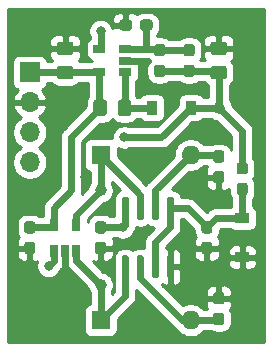
<source format=gtl>
G04 #@! TF.GenerationSoftware,KiCad,Pcbnew,5.1.6-c6e7f7d~87~ubuntu18.04.1*
G04 #@! TF.CreationDate,2021-01-03T20:00:45-05:00*
G04 #@! TF.ProjectId,entropy,656e7472-6f70-4792-9e6b-696361645f70,rev?*
G04 #@! TF.SameCoordinates,Original*
G04 #@! TF.FileFunction,Copper,L1,Top*
G04 #@! TF.FilePolarity,Positive*
%FSLAX46Y46*%
G04 Gerber Fmt 4.6, Leading zero omitted, Abs format (unit mm)*
G04 Created by KiCad (PCBNEW 5.1.6-c6e7f7d~87~ubuntu18.04.1) date 2021-01-03 20:00:45*
%MOMM*%
%LPD*%
G01*
G04 APERTURE LIST*
G04 #@! TA.AperFunction,SMDPad,CuDef*
%ADD10R,0.900000X1.200000*%
G04 #@! TD*
G04 #@! TA.AperFunction,SMDPad,CuDef*
%ADD11R,1.200000X0.900000*%
G04 #@! TD*
G04 #@! TA.AperFunction,ComponentPad*
%ADD12R,1.600000X1.600000*%
G04 #@! TD*
G04 #@! TA.AperFunction,ComponentPad*
%ADD13O,1.600000X1.600000*%
G04 #@! TD*
G04 #@! TA.AperFunction,ComponentPad*
%ADD14R,1.700000X1.700000*%
G04 #@! TD*
G04 #@! TA.AperFunction,ComponentPad*
%ADD15O,1.700000X1.700000*%
G04 #@! TD*
G04 #@! TA.AperFunction,ComponentPad*
%ADD16C,1.000000*%
G04 #@! TD*
G04 #@! TA.AperFunction,SMDPad,CuDef*
%ADD17R,1.060000X0.650000*%
G04 #@! TD*
G04 #@! TA.AperFunction,SMDPad,CuDef*
%ADD18R,0.650000X1.060000*%
G04 #@! TD*
G04 #@! TA.AperFunction,ViaPad*
%ADD19C,0.800000*%
G04 #@! TD*
G04 #@! TA.AperFunction,Conductor*
%ADD20C,0.600000*%
G04 #@! TD*
G04 #@! TA.AperFunction,Conductor*
%ADD21C,0.254000*%
G04 #@! TD*
G04 APERTURE END LIST*
G04 #@! TA.AperFunction,SMDPad,CuDef*
G36*
G01*
X164450001Y-117550000D02*
X163549999Y-117550000D01*
G75*
G02*
X163300000Y-117300001I0J249999D01*
G01*
X163300000Y-116649999D01*
G75*
G02*
X163549999Y-116400000I249999J0D01*
G01*
X164450001Y-116400000D01*
G75*
G02*
X164700000Y-116649999I0J-249999D01*
G01*
X164700000Y-117300001D01*
G75*
G02*
X164450001Y-117550000I-249999J0D01*
G01*
G37*
G04 #@! TD.AperFunction*
G04 #@! TA.AperFunction,SMDPad,CuDef*
G36*
G01*
X164450001Y-119600000D02*
X163549999Y-119600000D01*
G75*
G02*
X163300000Y-119350001I0J249999D01*
G01*
X163300000Y-118699999D01*
G75*
G02*
X163549999Y-118450000I249999J0D01*
G01*
X164450001Y-118450000D01*
G75*
G02*
X164700000Y-118699999I0J-249999D01*
G01*
X164700000Y-119350001D01*
G75*
G02*
X164450001Y-119600000I-249999J0D01*
G01*
G37*
G04 #@! TD.AperFunction*
G04 #@! TA.AperFunction,SMDPad,CuDef*
G36*
G01*
X174737500Y-117650000D02*
X174262500Y-117650000D01*
G75*
G02*
X174025000Y-117412500I0J237500D01*
G01*
X174025000Y-116837500D01*
G75*
G02*
X174262500Y-116600000I237500J0D01*
G01*
X174737500Y-116600000D01*
G75*
G02*
X174975000Y-116837500I0J-237500D01*
G01*
X174975000Y-117412500D01*
G75*
G02*
X174737500Y-117650000I-237500J0D01*
G01*
G37*
G04 #@! TD.AperFunction*
G04 #@! TA.AperFunction,SMDPad,CuDef*
G36*
G01*
X174737500Y-119400000D02*
X174262500Y-119400000D01*
G75*
G02*
X174025000Y-119162500I0J237500D01*
G01*
X174025000Y-118587500D01*
G75*
G02*
X174262500Y-118350000I237500J0D01*
G01*
X174737500Y-118350000D01*
G75*
G02*
X174975000Y-118587500I0J-237500D01*
G01*
X174975000Y-119162500D01*
G75*
G02*
X174737500Y-119400000I-237500J0D01*
G01*
G37*
G04 #@! TD.AperFunction*
G04 #@! TA.AperFunction,SMDPad,CuDef*
G36*
G01*
X177450001Y-119600000D02*
X176549999Y-119600000D01*
G75*
G02*
X176300000Y-119350001I0J249999D01*
G01*
X176300000Y-118699999D01*
G75*
G02*
X176549999Y-118450000I249999J0D01*
G01*
X177450001Y-118450000D01*
G75*
G02*
X177700000Y-118699999I0J-249999D01*
G01*
X177700000Y-119350001D01*
G75*
G02*
X177450001Y-119600000I-249999J0D01*
G01*
G37*
G04 #@! TD.AperFunction*
G04 #@! TA.AperFunction,SMDPad,CuDef*
G36*
G01*
X177450001Y-117550000D02*
X176549999Y-117550000D01*
G75*
G02*
X176300000Y-117300001I0J249999D01*
G01*
X176300000Y-116649999D01*
G75*
G02*
X176549999Y-116400000I249999J0D01*
G01*
X177450001Y-116400000D01*
G75*
G02*
X177700000Y-116649999I0J-249999D01*
G01*
X177700000Y-117300001D01*
G75*
G02*
X177450001Y-117550000I-249999J0D01*
G01*
G37*
G04 #@! TD.AperFunction*
G04 #@! TA.AperFunction,SMDPad,CuDef*
G36*
G01*
X175762500Y-131600000D02*
X176237500Y-131600000D01*
G75*
G02*
X176475000Y-131837500I0J-237500D01*
G01*
X176475000Y-132412500D01*
G75*
G02*
X176237500Y-132650000I-237500J0D01*
G01*
X175762500Y-132650000D01*
G75*
G02*
X175525000Y-132412500I0J237500D01*
G01*
X175525000Y-131837500D01*
G75*
G02*
X175762500Y-131600000I237500J0D01*
G01*
G37*
G04 #@! TD.AperFunction*
G04 #@! TA.AperFunction,SMDPad,CuDef*
G36*
G01*
X175762500Y-133350000D02*
X176237500Y-133350000D01*
G75*
G02*
X176475000Y-133587500I0J-237500D01*
G01*
X176475000Y-134162500D01*
G75*
G02*
X176237500Y-134400000I-237500J0D01*
G01*
X175762500Y-134400000D01*
G75*
G02*
X175525000Y-134162500I0J237500D01*
G01*
X175525000Y-133587500D01*
G75*
G02*
X175762500Y-133350000I237500J0D01*
G01*
G37*
G04 #@! TD.AperFunction*
G04 #@! TA.AperFunction,SMDPad,CuDef*
G36*
G01*
X166762500Y-131600000D02*
X167237500Y-131600000D01*
G75*
G02*
X167475000Y-131837500I0J-237500D01*
G01*
X167475000Y-132412500D01*
G75*
G02*
X167237500Y-132650000I-237500J0D01*
G01*
X166762500Y-132650000D01*
G75*
G02*
X166525000Y-132412500I0J237500D01*
G01*
X166525000Y-131837500D01*
G75*
G02*
X166762500Y-131600000I237500J0D01*
G01*
G37*
G04 #@! TD.AperFunction*
G04 #@! TA.AperFunction,SMDPad,CuDef*
G36*
G01*
X166762500Y-133350000D02*
X167237500Y-133350000D01*
G75*
G02*
X167475000Y-133587500I0J-237500D01*
G01*
X167475000Y-134162500D01*
G75*
G02*
X167237500Y-134400000I-237500J0D01*
G01*
X166762500Y-134400000D01*
G75*
G02*
X166525000Y-134162500I0J237500D01*
G01*
X166525000Y-133587500D01*
G75*
G02*
X166762500Y-133350000I237500J0D01*
G01*
G37*
G04 #@! TD.AperFunction*
G04 #@! TA.AperFunction,SMDPad,CuDef*
G36*
G01*
X160762500Y-133350000D02*
X161237500Y-133350000D01*
G75*
G02*
X161475000Y-133587500I0J-237500D01*
G01*
X161475000Y-134162500D01*
G75*
G02*
X161237500Y-134400000I-237500J0D01*
G01*
X160762500Y-134400000D01*
G75*
G02*
X160525000Y-134162500I0J237500D01*
G01*
X160525000Y-133587500D01*
G75*
G02*
X160762500Y-133350000I237500J0D01*
G01*
G37*
G04 #@! TD.AperFunction*
G04 #@! TA.AperFunction,SMDPad,CuDef*
G36*
G01*
X160762500Y-131600000D02*
X161237500Y-131600000D01*
G75*
G02*
X161475000Y-131837500I0J-237500D01*
G01*
X161475000Y-132412500D01*
G75*
G02*
X161237500Y-132650000I-237500J0D01*
G01*
X160762500Y-132650000D01*
G75*
G02*
X160525000Y-132412500I0J237500D01*
G01*
X160525000Y-131837500D01*
G75*
G02*
X160762500Y-131600000I237500J0D01*
G01*
G37*
G04 #@! TD.AperFunction*
D10*
X171350000Y-122000000D03*
X174650000Y-122000000D03*
D11*
X179000000Y-134650000D03*
X179000000Y-131350000D03*
D12*
X167000000Y-140000000D03*
D13*
X174620000Y-140000000D03*
X174620000Y-126000000D03*
D12*
X167000000Y-126000000D03*
D14*
X161000000Y-119000000D03*
D15*
X161000000Y-121540000D03*
X161000000Y-124080000D03*
X161000000Y-126620000D03*
G04 #@! TA.AperFunction,SMDPad,CuDef*
G36*
G01*
X166400000Y-122450001D02*
X166400000Y-121549999D01*
G75*
G02*
X166649999Y-121300000I249999J0D01*
G01*
X167300001Y-121300000D01*
G75*
G02*
X167550000Y-121549999I0J-249999D01*
G01*
X167550000Y-122450001D01*
G75*
G02*
X167300001Y-122700000I-249999J0D01*
G01*
X166649999Y-122700000D01*
G75*
G02*
X166400000Y-122450001I0J249999D01*
G01*
G37*
G04 #@! TD.AperFunction*
G04 #@! TA.AperFunction,SMDPad,CuDef*
G36*
G01*
X168450000Y-122450001D02*
X168450000Y-121549999D01*
G75*
G02*
X168699999Y-121300000I249999J0D01*
G01*
X169350001Y-121300000D01*
G75*
G02*
X169600000Y-121549999I0J-249999D01*
G01*
X169600000Y-122450001D01*
G75*
G02*
X169350001Y-122700000I-249999J0D01*
G01*
X168699999Y-122700000D01*
G75*
G02*
X168450000Y-122450001I0J249999D01*
G01*
G37*
G04 #@! TD.AperFunction*
G04 #@! TA.AperFunction,SMDPad,CuDef*
G36*
G01*
X172237500Y-119400000D02*
X171762500Y-119400000D01*
G75*
G02*
X171525000Y-119162500I0J237500D01*
G01*
X171525000Y-118587500D01*
G75*
G02*
X171762500Y-118350000I237500J0D01*
G01*
X172237500Y-118350000D01*
G75*
G02*
X172475000Y-118587500I0J-237500D01*
G01*
X172475000Y-119162500D01*
G75*
G02*
X172237500Y-119400000I-237500J0D01*
G01*
G37*
G04 #@! TD.AperFunction*
G04 #@! TA.AperFunction,SMDPad,CuDef*
G36*
G01*
X172237500Y-117650000D02*
X171762500Y-117650000D01*
G75*
G02*
X171525000Y-117412500I0J237500D01*
G01*
X171525000Y-116837500D01*
G75*
G02*
X171762500Y-116600000I237500J0D01*
G01*
X172237500Y-116600000D01*
G75*
G02*
X172475000Y-116837500I0J-237500D01*
G01*
X172475000Y-117412500D01*
G75*
G02*
X172237500Y-117650000I-237500J0D01*
G01*
G37*
G04 #@! TD.AperFunction*
G04 #@! TA.AperFunction,SMDPad,CuDef*
G36*
G01*
X169650000Y-114762500D02*
X169650000Y-115237500D01*
G75*
G02*
X169412500Y-115475000I-237500J0D01*
G01*
X168837500Y-115475000D01*
G75*
G02*
X168600000Y-115237500I0J237500D01*
G01*
X168600000Y-114762500D01*
G75*
G02*
X168837500Y-114525000I237500J0D01*
G01*
X169412500Y-114525000D01*
G75*
G02*
X169650000Y-114762500I0J-237500D01*
G01*
G37*
G04 #@! TD.AperFunction*
G04 #@! TA.AperFunction,SMDPad,CuDef*
G36*
G01*
X171400000Y-114762500D02*
X171400000Y-115237500D01*
G75*
G02*
X171162500Y-115475000I-237500J0D01*
G01*
X170587500Y-115475000D01*
G75*
G02*
X170350000Y-115237500I0J237500D01*
G01*
X170350000Y-114762500D01*
G75*
G02*
X170587500Y-114525000I237500J0D01*
G01*
X171162500Y-114525000D01*
G75*
G02*
X171400000Y-114762500I0J-237500D01*
G01*
G37*
G04 #@! TD.AperFunction*
G04 #@! TA.AperFunction,SMDPad,CuDef*
G36*
G01*
X178762500Y-128350000D02*
X179237500Y-128350000D01*
G75*
G02*
X179475000Y-128587500I0J-237500D01*
G01*
X179475000Y-129162500D01*
G75*
G02*
X179237500Y-129400000I-237500J0D01*
G01*
X178762500Y-129400000D01*
G75*
G02*
X178525000Y-129162500I0J237500D01*
G01*
X178525000Y-128587500D01*
G75*
G02*
X178762500Y-128350000I237500J0D01*
G01*
G37*
G04 #@! TD.AperFunction*
G04 #@! TA.AperFunction,SMDPad,CuDef*
G36*
G01*
X178762500Y-126600000D02*
X179237500Y-126600000D01*
G75*
G02*
X179475000Y-126837500I0J-237500D01*
G01*
X179475000Y-127412500D01*
G75*
G02*
X179237500Y-127650000I-237500J0D01*
G01*
X178762500Y-127650000D01*
G75*
G02*
X178525000Y-127412500I0J237500D01*
G01*
X178525000Y-126837500D01*
G75*
G02*
X178762500Y-126600000I237500J0D01*
G01*
G37*
G04 #@! TD.AperFunction*
G04 #@! TA.AperFunction,SMDPad,CuDef*
G36*
G01*
X177237500Y-140400000D02*
X176762500Y-140400000D01*
G75*
G02*
X176525000Y-140162500I0J237500D01*
G01*
X176525000Y-139587500D01*
G75*
G02*
X176762500Y-139350000I237500J0D01*
G01*
X177237500Y-139350000D01*
G75*
G02*
X177475000Y-139587500I0J-237500D01*
G01*
X177475000Y-140162500D01*
G75*
G02*
X177237500Y-140400000I-237500J0D01*
G01*
G37*
G04 #@! TD.AperFunction*
G04 #@! TA.AperFunction,SMDPad,CuDef*
G36*
G01*
X177237500Y-138650000D02*
X176762500Y-138650000D01*
G75*
G02*
X176525000Y-138412500I0J237500D01*
G01*
X176525000Y-137837500D01*
G75*
G02*
X176762500Y-137600000I237500J0D01*
G01*
X177237500Y-137600000D01*
G75*
G02*
X177475000Y-137837500I0J-237500D01*
G01*
X177475000Y-138412500D01*
G75*
G02*
X177237500Y-138650000I-237500J0D01*
G01*
G37*
G04 #@! TD.AperFunction*
G04 #@! TA.AperFunction,SMDPad,CuDef*
G36*
G01*
X176762500Y-125600000D02*
X177237500Y-125600000D01*
G75*
G02*
X177475000Y-125837500I0J-237500D01*
G01*
X177475000Y-126412500D01*
G75*
G02*
X177237500Y-126650000I-237500J0D01*
G01*
X176762500Y-126650000D01*
G75*
G02*
X176525000Y-126412500I0J237500D01*
G01*
X176525000Y-125837500D01*
G75*
G02*
X176762500Y-125600000I237500J0D01*
G01*
G37*
G04 #@! TD.AperFunction*
G04 #@! TA.AperFunction,SMDPad,CuDef*
G36*
G01*
X176762500Y-127350000D02*
X177237500Y-127350000D01*
G75*
G02*
X177475000Y-127587500I0J-237500D01*
G01*
X177475000Y-128162500D01*
G75*
G02*
X177237500Y-128400000I-237500J0D01*
G01*
X176762500Y-128400000D01*
G75*
G02*
X176525000Y-128162500I0J237500D01*
G01*
X176525000Y-127587500D01*
G75*
G02*
X176762500Y-127350000I237500J0D01*
G01*
G37*
G04 #@! TD.AperFunction*
D16*
X167000000Y-137000000D03*
X167000000Y-129000000D03*
D17*
X169100000Y-118950000D03*
X169100000Y-118000000D03*
X169100000Y-117050000D03*
X166900000Y-117050000D03*
X166900000Y-118950000D03*
G04 #@! TA.AperFunction,SMDPad,CuDef*
G36*
G01*
X169245000Y-136450000D02*
X168945000Y-136450000D01*
G75*
G02*
X168795000Y-136300000I0J150000D01*
G01*
X168795000Y-134650000D01*
G75*
G02*
X168945000Y-134500000I150000J0D01*
G01*
X169245000Y-134500000D01*
G75*
G02*
X169395000Y-134650000I0J-150000D01*
G01*
X169395000Y-136300000D01*
G75*
G02*
X169245000Y-136450000I-150000J0D01*
G01*
G37*
G04 #@! TD.AperFunction*
G04 #@! TA.AperFunction,SMDPad,CuDef*
G36*
G01*
X170515000Y-136450000D02*
X170215000Y-136450000D01*
G75*
G02*
X170065000Y-136300000I0J150000D01*
G01*
X170065000Y-134650000D01*
G75*
G02*
X170215000Y-134500000I150000J0D01*
G01*
X170515000Y-134500000D01*
G75*
G02*
X170665000Y-134650000I0J-150000D01*
G01*
X170665000Y-136300000D01*
G75*
G02*
X170515000Y-136450000I-150000J0D01*
G01*
G37*
G04 #@! TD.AperFunction*
G04 #@! TA.AperFunction,SMDPad,CuDef*
G36*
G01*
X171785000Y-136450000D02*
X171485000Y-136450000D01*
G75*
G02*
X171335000Y-136300000I0J150000D01*
G01*
X171335000Y-134650000D01*
G75*
G02*
X171485000Y-134500000I150000J0D01*
G01*
X171785000Y-134500000D01*
G75*
G02*
X171935000Y-134650000I0J-150000D01*
G01*
X171935000Y-136300000D01*
G75*
G02*
X171785000Y-136450000I-150000J0D01*
G01*
G37*
G04 #@! TD.AperFunction*
G04 #@! TA.AperFunction,SMDPad,CuDef*
G36*
G01*
X173055000Y-136450000D02*
X172755000Y-136450000D01*
G75*
G02*
X172605000Y-136300000I0J150000D01*
G01*
X172605000Y-134650000D01*
G75*
G02*
X172755000Y-134500000I150000J0D01*
G01*
X173055000Y-134500000D01*
G75*
G02*
X173205000Y-134650000I0J-150000D01*
G01*
X173205000Y-136300000D01*
G75*
G02*
X173055000Y-136450000I-150000J0D01*
G01*
G37*
G04 #@! TD.AperFunction*
G04 #@! TA.AperFunction,SMDPad,CuDef*
G36*
G01*
X173055000Y-131500000D02*
X172755000Y-131500000D01*
G75*
G02*
X172605000Y-131350000I0J150000D01*
G01*
X172605000Y-129700000D01*
G75*
G02*
X172755000Y-129550000I150000J0D01*
G01*
X173055000Y-129550000D01*
G75*
G02*
X173205000Y-129700000I0J-150000D01*
G01*
X173205000Y-131350000D01*
G75*
G02*
X173055000Y-131500000I-150000J0D01*
G01*
G37*
G04 #@! TD.AperFunction*
G04 #@! TA.AperFunction,SMDPad,CuDef*
G36*
G01*
X171785000Y-131500000D02*
X171485000Y-131500000D01*
G75*
G02*
X171335000Y-131350000I0J150000D01*
G01*
X171335000Y-129700000D01*
G75*
G02*
X171485000Y-129550000I150000J0D01*
G01*
X171785000Y-129550000D01*
G75*
G02*
X171935000Y-129700000I0J-150000D01*
G01*
X171935000Y-131350000D01*
G75*
G02*
X171785000Y-131500000I-150000J0D01*
G01*
G37*
G04 #@! TD.AperFunction*
G04 #@! TA.AperFunction,SMDPad,CuDef*
G36*
G01*
X170515000Y-131500000D02*
X170215000Y-131500000D01*
G75*
G02*
X170065000Y-131350000I0J150000D01*
G01*
X170065000Y-129700000D01*
G75*
G02*
X170215000Y-129550000I150000J0D01*
G01*
X170515000Y-129550000D01*
G75*
G02*
X170665000Y-129700000I0J-150000D01*
G01*
X170665000Y-131350000D01*
G75*
G02*
X170515000Y-131500000I-150000J0D01*
G01*
G37*
G04 #@! TD.AperFunction*
G04 #@! TA.AperFunction,SMDPad,CuDef*
G36*
G01*
X169245000Y-131500000D02*
X168945000Y-131500000D01*
G75*
G02*
X168795000Y-131350000I0J150000D01*
G01*
X168795000Y-129700000D01*
G75*
G02*
X168945000Y-129550000I150000J0D01*
G01*
X169245000Y-129550000D01*
G75*
G02*
X169395000Y-129700000I0J-150000D01*
G01*
X169395000Y-131350000D01*
G75*
G02*
X169245000Y-131500000I-150000J0D01*
G01*
G37*
G04 #@! TD.AperFunction*
D18*
X163050000Y-134100000D03*
X164000000Y-134100000D03*
X164950000Y-134100000D03*
X164950000Y-131900000D03*
X163050000Y-131900000D03*
D16*
X177000000Y-122000000D03*
D19*
X170600000Y-118200000D03*
X167500000Y-114000000D03*
X177000000Y-115000000D03*
X175500000Y-120500000D03*
X164000000Y-115000000D03*
X161000000Y-116000000D03*
X175500000Y-129000000D03*
X176000000Y-124000000D03*
X171000000Y-127000000D03*
X167000000Y-124000000D03*
X161000000Y-135500000D03*
X164500000Y-137000000D03*
X167500000Y-135500000D03*
X168500000Y-133500000D03*
X170500000Y-138500000D03*
X175000000Y-138000000D03*
X174500000Y-135500000D03*
X174000000Y-133000000D03*
X179000000Y-133000000D03*
X167500000Y-130500000D03*
X165700000Y-127900000D03*
X170600000Y-132500000D03*
X178800000Y-138000000D03*
X173400000Y-137600000D03*
X165400000Y-121700000D03*
X164800000Y-122400000D03*
X164100000Y-123100000D03*
X162500000Y-120700000D03*
X168875000Y-132125000D03*
X169000000Y-124500000D03*
X167000000Y-115500000D03*
X162600000Y-135400000D03*
D20*
X169100000Y-118000000D02*
X171000000Y-118000000D01*
X164000000Y-134100000D02*
X164000000Y-136000000D01*
X164075000Y-118950000D02*
X164000000Y-119025000D01*
X166900000Y-118950000D02*
X164075000Y-118950000D01*
X166900000Y-121925000D02*
X166975000Y-122000000D01*
X166900000Y-118950000D02*
X166900000Y-121925000D01*
X163975000Y-119000000D02*
X164000000Y-119025000D01*
X161000000Y-119000000D02*
X163975000Y-119000000D01*
X162825000Y-132125000D02*
X163050000Y-131900000D01*
X161000000Y-132125000D02*
X162825000Y-132125000D01*
X163050000Y-130450000D02*
X163050000Y-131900000D01*
X166975000Y-122000000D02*
X164500000Y-124475000D01*
X164500000Y-129000000D02*
X163050000Y-130450000D01*
X164500000Y-124475000D02*
X164500000Y-129000000D01*
X172000000Y-117125000D02*
X174500000Y-117125000D01*
X171925000Y-117050000D02*
X172000000Y-117125000D01*
X170875000Y-116975000D02*
X170950000Y-117050000D01*
X170875000Y-115000000D02*
X170875000Y-116975000D01*
X169100000Y-117050000D02*
X170950000Y-117050000D01*
X170950000Y-117050000D02*
X171925000Y-117050000D01*
X167000000Y-132125000D02*
X168875000Y-132125000D01*
X169095000Y-131905000D02*
X169095000Y-130525000D01*
X168875000Y-132125000D02*
X169095000Y-131905000D01*
X179000000Y-127125000D02*
X179000000Y-124350000D01*
X174650000Y-122000000D02*
X177000000Y-122000000D01*
X179000000Y-124000000D02*
X179000000Y-124350000D01*
X177000000Y-122000000D02*
X179000000Y-124000000D01*
X172000000Y-118875000D02*
X174500000Y-118875000D01*
X176850000Y-118875000D02*
X177000000Y-119025000D01*
X174500000Y-118875000D02*
X176850000Y-118875000D01*
X177000000Y-119025000D02*
X177000000Y-122000000D01*
X172150000Y-124500000D02*
X174650000Y-122000000D01*
X169000000Y-124500000D02*
X172150000Y-124500000D01*
X179000000Y-128875000D02*
X179000000Y-131350000D01*
X176775000Y-131350000D02*
X176000000Y-132125000D01*
X179000000Y-131350000D02*
X176775000Y-131350000D01*
X174400000Y-130525000D02*
X176000000Y-132125000D01*
X172905000Y-130525000D02*
X174400000Y-130525000D01*
X171635000Y-135475000D02*
X171635000Y-133365000D01*
X172905000Y-132095000D02*
X172905000Y-130525000D01*
X171635000Y-133365000D02*
X172905000Y-132095000D01*
X169100000Y-121925000D02*
X169025000Y-122000000D01*
X169100000Y-118950000D02*
X169100000Y-121925000D01*
X169025000Y-122000000D02*
X171350000Y-122000000D01*
X169095000Y-137905000D02*
X167000000Y-140000000D01*
X169095000Y-135475000D02*
X169095000Y-137905000D01*
X167000000Y-137000000D02*
X167000000Y-140000000D01*
X164950000Y-134950000D02*
X167000000Y-137000000D01*
X164950000Y-134100000D02*
X164950000Y-134950000D01*
X173915000Y-140000000D02*
X174620000Y-140000000D01*
X170365000Y-136450000D02*
X173915000Y-140000000D01*
X170365000Y-135475000D02*
X170365000Y-136450000D01*
X176875000Y-140000000D02*
X177000000Y-139875000D01*
X174620000Y-140000000D02*
X176875000Y-140000000D01*
X171635000Y-128985000D02*
X174620000Y-126000000D01*
X171635000Y-130525000D02*
X171635000Y-128985000D01*
X176875000Y-126000000D02*
X177000000Y-126125000D01*
X174620000Y-126000000D02*
X176875000Y-126000000D01*
X170365000Y-129365000D02*
X167000000Y-126000000D01*
X170365000Y-130525000D02*
X170365000Y-129365000D01*
X167000000Y-129000000D02*
X167000000Y-126000000D01*
X164950000Y-131050000D02*
X167000000Y-129000000D01*
X164950000Y-131900000D02*
X164950000Y-131050000D01*
X167000000Y-116950000D02*
X166900000Y-117050000D01*
X167000000Y-115500000D02*
X167000000Y-116950000D01*
X163000000Y-134150000D02*
X163050000Y-134100000D01*
X163050000Y-134100000D02*
X163050000Y-134950000D01*
X163050000Y-134950000D02*
X162600000Y-135400000D01*
D21*
G36*
X180840000Y-141840000D02*
G01*
X159160000Y-141840000D01*
X159160000Y-134400000D01*
X159886928Y-134400000D01*
X159899188Y-134524482D01*
X159935498Y-134644180D01*
X159994463Y-134754494D01*
X160073815Y-134851185D01*
X160170506Y-134930537D01*
X160280820Y-134989502D01*
X160400518Y-135025812D01*
X160525000Y-135038072D01*
X160714250Y-135035000D01*
X160873000Y-134876250D01*
X160873000Y-134002000D01*
X160048750Y-134002000D01*
X159890000Y-134160750D01*
X159886928Y-134400000D01*
X159160000Y-134400000D01*
X159160000Y-123933740D01*
X159515000Y-123933740D01*
X159515000Y-124226260D01*
X159572068Y-124513158D01*
X159684010Y-124783411D01*
X159846525Y-125026632D01*
X160053368Y-125233475D01*
X160227760Y-125350000D01*
X160053368Y-125466525D01*
X159846525Y-125673368D01*
X159684010Y-125916589D01*
X159572068Y-126186842D01*
X159515000Y-126473740D01*
X159515000Y-126766260D01*
X159572068Y-127053158D01*
X159684010Y-127323411D01*
X159846525Y-127566632D01*
X160053368Y-127773475D01*
X160296589Y-127935990D01*
X160566842Y-128047932D01*
X160853740Y-128105000D01*
X161146260Y-128105000D01*
X161433158Y-128047932D01*
X161703411Y-127935990D01*
X161946632Y-127773475D01*
X162153475Y-127566632D01*
X162315990Y-127323411D01*
X162427932Y-127053158D01*
X162485000Y-126766260D01*
X162485000Y-126473740D01*
X162427932Y-126186842D01*
X162315990Y-125916589D01*
X162153475Y-125673368D01*
X161946632Y-125466525D01*
X161772240Y-125350000D01*
X161946632Y-125233475D01*
X162153475Y-125026632D01*
X162315990Y-124783411D01*
X162427932Y-124513158D01*
X162485000Y-124226260D01*
X162485000Y-123933740D01*
X162427932Y-123646842D01*
X162315990Y-123376589D01*
X162153475Y-123133368D01*
X161946632Y-122926525D01*
X161764466Y-122804805D01*
X161881355Y-122735178D01*
X162097588Y-122540269D01*
X162271641Y-122306920D01*
X162396825Y-122044099D01*
X162441476Y-121896890D01*
X162320155Y-121667000D01*
X161127000Y-121667000D01*
X161127000Y-121687000D01*
X160873000Y-121687000D01*
X160873000Y-121667000D01*
X159679845Y-121667000D01*
X159558524Y-121896890D01*
X159603175Y-122044099D01*
X159728359Y-122306920D01*
X159902412Y-122540269D01*
X160118645Y-122735178D01*
X160235534Y-122804805D01*
X160053368Y-122926525D01*
X159846525Y-123133368D01*
X159684010Y-123376589D01*
X159572068Y-123646842D01*
X159515000Y-123933740D01*
X159160000Y-123933740D01*
X159160000Y-118150000D01*
X159511928Y-118150000D01*
X159511928Y-119850000D01*
X159524188Y-119974482D01*
X159560498Y-120094180D01*
X159619463Y-120204494D01*
X159698815Y-120301185D01*
X159795506Y-120380537D01*
X159905820Y-120439502D01*
X159986466Y-120463966D01*
X159902412Y-120539731D01*
X159728359Y-120773080D01*
X159603175Y-121035901D01*
X159558524Y-121183110D01*
X159679845Y-121413000D01*
X160873000Y-121413000D01*
X160873000Y-121393000D01*
X161127000Y-121393000D01*
X161127000Y-121413000D01*
X162320155Y-121413000D01*
X162441476Y-121183110D01*
X162396825Y-121035901D01*
X162271641Y-120773080D01*
X162097588Y-120539731D01*
X162013534Y-120463966D01*
X162094180Y-120439502D01*
X162204494Y-120380537D01*
X162301185Y-120301185D01*
X162380537Y-120204494D01*
X162439502Y-120094180D01*
X162475812Y-119974482D01*
X162479701Y-119935000D01*
X162886780Y-119935000D01*
X162922038Y-119977962D01*
X163056613Y-120088405D01*
X163210149Y-120170472D01*
X163376745Y-120221008D01*
X163549999Y-120238072D01*
X164450001Y-120238072D01*
X164623255Y-120221008D01*
X164789851Y-120170472D01*
X164943387Y-120088405D01*
X165077962Y-119977962D01*
X165154254Y-119885000D01*
X165965000Y-119885000D01*
X165965001Y-120991538D01*
X165911595Y-121056613D01*
X165829528Y-121210149D01*
X165778992Y-121376745D01*
X165761928Y-121549999D01*
X165761928Y-121890783D01*
X163871341Y-123781370D01*
X163835656Y-123810656D01*
X163718814Y-123953029D01*
X163631993Y-124115461D01*
X163598383Y-124226260D01*
X163578529Y-124291709D01*
X163560476Y-124475000D01*
X163565000Y-124520932D01*
X163565001Y-128612710D01*
X162421341Y-129756370D01*
X162385656Y-129785656D01*
X162268814Y-129928029D01*
X162181993Y-130090461D01*
X162138752Y-130233007D01*
X162128529Y-130266709D01*
X162110476Y-130450000D01*
X162115000Y-130495932D01*
X162115001Y-131190000D01*
X161822046Y-131190000D01*
X161723942Y-131109488D01*
X161572567Y-131028577D01*
X161408316Y-130978752D01*
X161237500Y-130961928D01*
X160762500Y-130961928D01*
X160591684Y-130978752D01*
X160427433Y-131028577D01*
X160276058Y-131109488D01*
X160143377Y-131218377D01*
X160034488Y-131351058D01*
X159953577Y-131502433D01*
X159903752Y-131666684D01*
X159886928Y-131837500D01*
X159886928Y-132412500D01*
X159903752Y-132583316D01*
X159953577Y-132747567D01*
X160034488Y-132898942D01*
X160054099Y-132922839D01*
X159994463Y-132995506D01*
X159935498Y-133105820D01*
X159899188Y-133225518D01*
X159886928Y-133350000D01*
X159890000Y-133589250D01*
X160048750Y-133748000D01*
X160873000Y-133748000D01*
X160873000Y-133728000D01*
X161127000Y-133728000D01*
X161127000Y-133748000D01*
X161147000Y-133748000D01*
X161147000Y-134002000D01*
X161127000Y-134002000D01*
X161127000Y-134876250D01*
X161285750Y-135035000D01*
X161475000Y-135038072D01*
X161599482Y-135025812D01*
X161639781Y-135013587D01*
X161604774Y-135098102D01*
X161565000Y-135298061D01*
X161565000Y-135501939D01*
X161604774Y-135701898D01*
X161682795Y-135890256D01*
X161796063Y-136059774D01*
X161940226Y-136203937D01*
X162109744Y-136317205D01*
X162298102Y-136395226D01*
X162498061Y-136435000D01*
X162701939Y-136435000D01*
X162901898Y-136395226D01*
X163090256Y-136317205D01*
X163259774Y-136203937D01*
X163403937Y-136059774D01*
X163517205Y-135890256D01*
X163577431Y-135744858D01*
X163678659Y-135643630D01*
X163714344Y-135614344D01*
X163831186Y-135471972D01*
X163918007Y-135309540D01*
X163955253Y-135186757D01*
X163971471Y-135133293D01*
X163989524Y-134950001D01*
X163985000Y-134904069D01*
X163985000Y-134806607D01*
X164000000Y-134757159D01*
X164015000Y-134806607D01*
X164015000Y-134904068D01*
X164010476Y-134950000D01*
X164028529Y-135133291D01*
X164053834Y-135216709D01*
X164081994Y-135309540D01*
X164168815Y-135471972D01*
X164285657Y-135614344D01*
X164321336Y-135643625D01*
X165883747Y-137206036D01*
X165908617Y-137331067D01*
X165994176Y-137537624D01*
X166065000Y-137643620D01*
X166065001Y-138577378D01*
X165955820Y-138610498D01*
X165845506Y-138669463D01*
X165748815Y-138748815D01*
X165669463Y-138845506D01*
X165610498Y-138955820D01*
X165574188Y-139075518D01*
X165561928Y-139200000D01*
X165561928Y-140800000D01*
X165574188Y-140924482D01*
X165610498Y-141044180D01*
X165669463Y-141154494D01*
X165748815Y-141251185D01*
X165845506Y-141330537D01*
X165955820Y-141389502D01*
X166075518Y-141425812D01*
X166200000Y-141438072D01*
X167800000Y-141438072D01*
X167924482Y-141425812D01*
X168044180Y-141389502D01*
X168154494Y-141330537D01*
X168251185Y-141251185D01*
X168330537Y-141154494D01*
X168389502Y-141044180D01*
X168425812Y-140924482D01*
X168438072Y-140800000D01*
X168438072Y-139884217D01*
X169723664Y-138598626D01*
X169759344Y-138569344D01*
X169876186Y-138426972D01*
X169963007Y-138264540D01*
X170002302Y-138135000D01*
X170016471Y-138088293D01*
X170034524Y-137905001D01*
X170030000Y-137859069D01*
X170030000Y-137437289D01*
X173221374Y-140628664D01*
X173250656Y-140664344D01*
X173393028Y-140781186D01*
X173428937Y-140800380D01*
X173505363Y-140914759D01*
X173705241Y-141114637D01*
X173940273Y-141271680D01*
X174201426Y-141379853D01*
X174478665Y-141435000D01*
X174761335Y-141435000D01*
X175038574Y-141379853D01*
X175299727Y-141271680D01*
X175534759Y-141114637D01*
X175714396Y-140935000D01*
X176359290Y-140935000D01*
X176427433Y-140971423D01*
X176591684Y-141021248D01*
X176762500Y-141038072D01*
X177237500Y-141038072D01*
X177408316Y-141021248D01*
X177572567Y-140971423D01*
X177723942Y-140890512D01*
X177856623Y-140781623D01*
X177965512Y-140648942D01*
X178046423Y-140497567D01*
X178096248Y-140333316D01*
X178113072Y-140162500D01*
X178113072Y-139587500D01*
X178096248Y-139416684D01*
X178046423Y-139252433D01*
X177965512Y-139101058D01*
X177945901Y-139077161D01*
X178005537Y-139004494D01*
X178064502Y-138894180D01*
X178100812Y-138774482D01*
X178113072Y-138650000D01*
X178110000Y-138410750D01*
X177951250Y-138252000D01*
X177127000Y-138252000D01*
X177127000Y-138272000D01*
X176873000Y-138272000D01*
X176873000Y-138252000D01*
X176048750Y-138252000D01*
X175890000Y-138410750D01*
X175886928Y-138650000D01*
X175899188Y-138774482D01*
X175935498Y-138894180D01*
X175994463Y-139004494D01*
X176044119Y-139065000D01*
X175714396Y-139065000D01*
X175534759Y-138885363D01*
X175299727Y-138728320D01*
X175038574Y-138620147D01*
X174761335Y-138565000D01*
X174478665Y-138565000D01*
X174201426Y-138620147D01*
X173958189Y-138720899D01*
X172837290Y-137600000D01*
X175886928Y-137600000D01*
X175890000Y-137839250D01*
X176048750Y-137998000D01*
X176873000Y-137998000D01*
X176873000Y-137123750D01*
X177127000Y-137123750D01*
X177127000Y-137998000D01*
X177951250Y-137998000D01*
X178110000Y-137839250D01*
X178113072Y-137600000D01*
X178100812Y-137475518D01*
X178064502Y-137355820D01*
X178005537Y-137245506D01*
X177926185Y-137148815D01*
X177829494Y-137069463D01*
X177719180Y-137010498D01*
X177599482Y-136974188D01*
X177475000Y-136961928D01*
X177285750Y-136965000D01*
X177127000Y-137123750D01*
X176873000Y-137123750D01*
X176714250Y-136965000D01*
X176525000Y-136961928D01*
X176400518Y-136974188D01*
X176280820Y-137010498D01*
X176170506Y-137069463D01*
X176073815Y-137148815D01*
X175994463Y-137245506D01*
X175935498Y-137355820D01*
X175899188Y-137475518D01*
X175886928Y-137600000D01*
X172837290Y-137600000D01*
X172203095Y-136965806D01*
X172220936Y-136956270D01*
X172250506Y-136980537D01*
X172360820Y-137039502D01*
X172480518Y-137075812D01*
X172605000Y-137088072D01*
X172619250Y-137085000D01*
X172778000Y-136926250D01*
X172778000Y-135602000D01*
X173032000Y-135602000D01*
X173032000Y-136926250D01*
X173190750Y-137085000D01*
X173205000Y-137088072D01*
X173329482Y-137075812D01*
X173449180Y-137039502D01*
X173559494Y-136980537D01*
X173656185Y-136901185D01*
X173735537Y-136804494D01*
X173794502Y-136694180D01*
X173830812Y-136574482D01*
X173843072Y-136450000D01*
X173840000Y-135760750D01*
X173681250Y-135602000D01*
X173032000Y-135602000D01*
X172778000Y-135602000D01*
X172758000Y-135602000D01*
X172758000Y-135348000D01*
X172778000Y-135348000D01*
X172778000Y-134023750D01*
X173032000Y-134023750D01*
X173032000Y-135348000D01*
X173681250Y-135348000D01*
X173840000Y-135189250D01*
X173840397Y-135100000D01*
X177761928Y-135100000D01*
X177774188Y-135224482D01*
X177810498Y-135344180D01*
X177869463Y-135454494D01*
X177948815Y-135551185D01*
X178045506Y-135630537D01*
X178155820Y-135689502D01*
X178275518Y-135725812D01*
X178400000Y-135738072D01*
X178714250Y-135735000D01*
X178873000Y-135576250D01*
X178873000Y-134777000D01*
X179127000Y-134777000D01*
X179127000Y-135576250D01*
X179285750Y-135735000D01*
X179600000Y-135738072D01*
X179724482Y-135725812D01*
X179844180Y-135689502D01*
X179954494Y-135630537D01*
X180051185Y-135551185D01*
X180130537Y-135454494D01*
X180189502Y-135344180D01*
X180225812Y-135224482D01*
X180238072Y-135100000D01*
X180235000Y-134935750D01*
X180076250Y-134777000D01*
X179127000Y-134777000D01*
X178873000Y-134777000D01*
X177923750Y-134777000D01*
X177765000Y-134935750D01*
X177761928Y-135100000D01*
X173840397Y-135100000D01*
X173843072Y-134500000D01*
X173833224Y-134400000D01*
X174886928Y-134400000D01*
X174899188Y-134524482D01*
X174935498Y-134644180D01*
X174994463Y-134754494D01*
X175073815Y-134851185D01*
X175170506Y-134930537D01*
X175280820Y-134989502D01*
X175400518Y-135025812D01*
X175525000Y-135038072D01*
X175714250Y-135035000D01*
X175873000Y-134876250D01*
X175873000Y-134002000D01*
X176127000Y-134002000D01*
X176127000Y-134876250D01*
X176285750Y-135035000D01*
X176475000Y-135038072D01*
X176599482Y-135025812D01*
X176719180Y-134989502D01*
X176829494Y-134930537D01*
X176926185Y-134851185D01*
X177005537Y-134754494D01*
X177064502Y-134644180D01*
X177100812Y-134524482D01*
X177113072Y-134400000D01*
X177110504Y-134200000D01*
X177761928Y-134200000D01*
X177765000Y-134364250D01*
X177923750Y-134523000D01*
X178873000Y-134523000D01*
X178873000Y-133723750D01*
X179127000Y-133723750D01*
X179127000Y-134523000D01*
X180076250Y-134523000D01*
X180235000Y-134364250D01*
X180238072Y-134200000D01*
X180225812Y-134075518D01*
X180189502Y-133955820D01*
X180130537Y-133845506D01*
X180051185Y-133748815D01*
X179954494Y-133669463D01*
X179844180Y-133610498D01*
X179724482Y-133574188D01*
X179600000Y-133561928D01*
X179285750Y-133565000D01*
X179127000Y-133723750D01*
X178873000Y-133723750D01*
X178714250Y-133565000D01*
X178400000Y-133561928D01*
X178275518Y-133574188D01*
X178155820Y-133610498D01*
X178045506Y-133669463D01*
X177948815Y-133748815D01*
X177869463Y-133845506D01*
X177810498Y-133955820D01*
X177774188Y-134075518D01*
X177761928Y-134200000D01*
X177110504Y-134200000D01*
X177110000Y-134160750D01*
X176951250Y-134002000D01*
X176127000Y-134002000D01*
X175873000Y-134002000D01*
X175048750Y-134002000D01*
X174890000Y-134160750D01*
X174886928Y-134400000D01*
X173833224Y-134400000D01*
X173830812Y-134375518D01*
X173794502Y-134255820D01*
X173735537Y-134145506D01*
X173656185Y-134048815D01*
X173559494Y-133969463D01*
X173449180Y-133910498D01*
X173329482Y-133874188D01*
X173205000Y-133861928D01*
X173190750Y-133865000D01*
X173032000Y-134023750D01*
X172778000Y-134023750D01*
X172619250Y-133865000D01*
X172605000Y-133861928D01*
X172570000Y-133865375D01*
X172570000Y-133752289D01*
X173533665Y-132788625D01*
X173569344Y-132759344D01*
X173686186Y-132616972D01*
X173773007Y-132454540D01*
X173826471Y-132278292D01*
X173827143Y-132271471D01*
X173844524Y-132095001D01*
X173840000Y-132049069D01*
X173840000Y-131460000D01*
X174012711Y-131460000D01*
X174886928Y-132334217D01*
X174886928Y-132412500D01*
X174903752Y-132583316D01*
X174953577Y-132747567D01*
X175034488Y-132898942D01*
X175054099Y-132922839D01*
X174994463Y-132995506D01*
X174935498Y-133105820D01*
X174899188Y-133225518D01*
X174886928Y-133350000D01*
X174890000Y-133589250D01*
X175048750Y-133748000D01*
X175873000Y-133748000D01*
X175873000Y-133728000D01*
X176127000Y-133728000D01*
X176127000Y-133748000D01*
X176951250Y-133748000D01*
X177110000Y-133589250D01*
X177113072Y-133350000D01*
X177100812Y-133225518D01*
X177064502Y-133105820D01*
X177005537Y-132995506D01*
X176945901Y-132922839D01*
X176965512Y-132898942D01*
X177046423Y-132747567D01*
X177096248Y-132583316D01*
X177113072Y-132412500D01*
X177113072Y-132334218D01*
X177162290Y-132285000D01*
X177990019Y-132285000D01*
X178045506Y-132330537D01*
X178155820Y-132389502D01*
X178275518Y-132425812D01*
X178400000Y-132438072D01*
X179600000Y-132438072D01*
X179724482Y-132425812D01*
X179844180Y-132389502D01*
X179954494Y-132330537D01*
X180051185Y-132251185D01*
X180130537Y-132154494D01*
X180189502Y-132044180D01*
X180225812Y-131924482D01*
X180238072Y-131800000D01*
X180238072Y-130900000D01*
X180225812Y-130775518D01*
X180189502Y-130655820D01*
X180130537Y-130545506D01*
X180051185Y-130448815D01*
X179954494Y-130369463D01*
X179935000Y-130359043D01*
X179935000Y-129686121D01*
X179965512Y-129648942D01*
X180046423Y-129497567D01*
X180096248Y-129333316D01*
X180113072Y-129162500D01*
X180113072Y-128587500D01*
X180096248Y-128416684D01*
X180046423Y-128252433D01*
X179965512Y-128101058D01*
X179882575Y-128000000D01*
X179965512Y-127898942D01*
X180046423Y-127747567D01*
X180096248Y-127583316D01*
X180113072Y-127412500D01*
X180113072Y-126837500D01*
X180096248Y-126666684D01*
X180046423Y-126502433D01*
X179965512Y-126351058D01*
X179935000Y-126313879D01*
X179935000Y-124045931D01*
X179939524Y-123999999D01*
X179921471Y-123816707D01*
X179884874Y-123696063D01*
X179868007Y-123640460D01*
X179781186Y-123478028D01*
X179664344Y-123335656D01*
X179628666Y-123306376D01*
X178116253Y-121793964D01*
X178091383Y-121668933D01*
X178005824Y-121462376D01*
X177935000Y-121356381D01*
X177935000Y-120092888D01*
X177943387Y-120088405D01*
X178077962Y-119977962D01*
X178188405Y-119843387D01*
X178270472Y-119689851D01*
X178321008Y-119523255D01*
X178338072Y-119350001D01*
X178338072Y-118699999D01*
X178321008Y-118526745D01*
X178270472Y-118360149D01*
X178188405Y-118206613D01*
X178077962Y-118072038D01*
X178071406Y-118066658D01*
X178151185Y-118001185D01*
X178230537Y-117904494D01*
X178289502Y-117794180D01*
X178325812Y-117674482D01*
X178338072Y-117550000D01*
X178335000Y-117260750D01*
X178176250Y-117102000D01*
X177127000Y-117102000D01*
X177127000Y-117122000D01*
X176873000Y-117122000D01*
X176873000Y-117102000D01*
X175823750Y-117102000D01*
X175665000Y-117260750D01*
X175661928Y-117550000D01*
X175674188Y-117674482D01*
X175710498Y-117794180D01*
X175769463Y-117904494D01*
X175798602Y-117940000D01*
X175431816Y-117940000D01*
X175465512Y-117898942D01*
X175546423Y-117747567D01*
X175596248Y-117583316D01*
X175613072Y-117412500D01*
X175613072Y-116837500D01*
X175596248Y-116666684D01*
X175546423Y-116502433D01*
X175491672Y-116400000D01*
X175661928Y-116400000D01*
X175665000Y-116689250D01*
X175823750Y-116848000D01*
X176873000Y-116848000D01*
X176873000Y-115923750D01*
X177127000Y-115923750D01*
X177127000Y-116848000D01*
X178176250Y-116848000D01*
X178335000Y-116689250D01*
X178338072Y-116400000D01*
X178325812Y-116275518D01*
X178289502Y-116155820D01*
X178230537Y-116045506D01*
X178151185Y-115948815D01*
X178054494Y-115869463D01*
X177944180Y-115810498D01*
X177824482Y-115774188D01*
X177700000Y-115761928D01*
X177285750Y-115765000D01*
X177127000Y-115923750D01*
X176873000Y-115923750D01*
X176714250Y-115765000D01*
X176300000Y-115761928D01*
X176175518Y-115774188D01*
X176055820Y-115810498D01*
X175945506Y-115869463D01*
X175848815Y-115948815D01*
X175769463Y-116045506D01*
X175710498Y-116155820D01*
X175674188Y-116275518D01*
X175661928Y-116400000D01*
X175491672Y-116400000D01*
X175465512Y-116351058D01*
X175356623Y-116218377D01*
X175223942Y-116109488D01*
X175072567Y-116028577D01*
X174908316Y-115978752D01*
X174737500Y-115961928D01*
X174262500Y-115961928D01*
X174091684Y-115978752D01*
X173927433Y-116028577D01*
X173776058Y-116109488D01*
X173677954Y-116190000D01*
X172822046Y-116190000D01*
X172723942Y-116109488D01*
X172572567Y-116028577D01*
X172408316Y-115978752D01*
X172237500Y-115961928D01*
X171810000Y-115961928D01*
X171810000Y-115822046D01*
X171890512Y-115723942D01*
X171971423Y-115572567D01*
X172021248Y-115408316D01*
X172038072Y-115237500D01*
X172038072Y-114762500D01*
X172021248Y-114591684D01*
X171971423Y-114427433D01*
X171890512Y-114276058D01*
X171781623Y-114143377D01*
X171648942Y-114034488D01*
X171497567Y-113953577D01*
X171333316Y-113903752D01*
X171162500Y-113886928D01*
X170587500Y-113886928D01*
X170416684Y-113903752D01*
X170252433Y-113953577D01*
X170101058Y-114034488D01*
X170077161Y-114054099D01*
X170004494Y-113994463D01*
X169894180Y-113935498D01*
X169774482Y-113899188D01*
X169650000Y-113886928D01*
X169410750Y-113890000D01*
X169252000Y-114048750D01*
X169252000Y-114873000D01*
X169272000Y-114873000D01*
X169272000Y-115127000D01*
X169252000Y-115127000D01*
X169252000Y-115147000D01*
X168998000Y-115147000D01*
X168998000Y-115127000D01*
X168123750Y-115127000D01*
X168004753Y-115245997D01*
X167995226Y-115198102D01*
X167917205Y-115009744D01*
X167803937Y-114840226D01*
X167659774Y-114696063D01*
X167490256Y-114582795D01*
X167350728Y-114525000D01*
X167961928Y-114525000D01*
X167965000Y-114714250D01*
X168123750Y-114873000D01*
X168998000Y-114873000D01*
X168998000Y-114048750D01*
X168839250Y-113890000D01*
X168600000Y-113886928D01*
X168475518Y-113899188D01*
X168355820Y-113935498D01*
X168245506Y-113994463D01*
X168148815Y-114073815D01*
X168069463Y-114170506D01*
X168010498Y-114280820D01*
X167974188Y-114400518D01*
X167961928Y-114525000D01*
X167350728Y-114525000D01*
X167301898Y-114504774D01*
X167101939Y-114465000D01*
X166898061Y-114465000D01*
X166698102Y-114504774D01*
X166509744Y-114582795D01*
X166340226Y-114696063D01*
X166196063Y-114840226D01*
X166082795Y-115009744D01*
X166004774Y-115198102D01*
X165965000Y-115398061D01*
X165965000Y-115601939D01*
X166004774Y-115801898D01*
X166065000Y-115947296D01*
X166065000Y-116168007D01*
X166015506Y-116194463D01*
X165918815Y-116273815D01*
X165839463Y-116370506D01*
X165780498Y-116480820D01*
X165744188Y-116600518D01*
X165731928Y-116725000D01*
X165731928Y-117375000D01*
X165744188Y-117499482D01*
X165780498Y-117619180D01*
X165839463Y-117729494D01*
X165918815Y-117826185D01*
X166015506Y-117905537D01*
X166125820Y-117964502D01*
X166242841Y-118000000D01*
X166193393Y-118015000D01*
X165134351Y-118015000D01*
X165151185Y-118001185D01*
X165230537Y-117904494D01*
X165289502Y-117794180D01*
X165325812Y-117674482D01*
X165338072Y-117550000D01*
X165335000Y-117260750D01*
X165176250Y-117102000D01*
X164127000Y-117102000D01*
X164127000Y-117122000D01*
X163873000Y-117122000D01*
X163873000Y-117102000D01*
X162823750Y-117102000D01*
X162665000Y-117260750D01*
X162661928Y-117550000D01*
X162674188Y-117674482D01*
X162710498Y-117794180D01*
X162769463Y-117904494D01*
X162848815Y-118001185D01*
X162926574Y-118065000D01*
X162479701Y-118065000D01*
X162475812Y-118025518D01*
X162439502Y-117905820D01*
X162380537Y-117795506D01*
X162301185Y-117698815D01*
X162204494Y-117619463D01*
X162094180Y-117560498D01*
X161974482Y-117524188D01*
X161850000Y-117511928D01*
X160150000Y-117511928D01*
X160025518Y-117524188D01*
X159905820Y-117560498D01*
X159795506Y-117619463D01*
X159698815Y-117698815D01*
X159619463Y-117795506D01*
X159560498Y-117905820D01*
X159524188Y-118025518D01*
X159511928Y-118150000D01*
X159160000Y-118150000D01*
X159160000Y-116400000D01*
X162661928Y-116400000D01*
X162665000Y-116689250D01*
X162823750Y-116848000D01*
X163873000Y-116848000D01*
X163873000Y-115923750D01*
X164127000Y-115923750D01*
X164127000Y-116848000D01*
X165176250Y-116848000D01*
X165335000Y-116689250D01*
X165338072Y-116400000D01*
X165325812Y-116275518D01*
X165289502Y-116155820D01*
X165230537Y-116045506D01*
X165151185Y-115948815D01*
X165054494Y-115869463D01*
X164944180Y-115810498D01*
X164824482Y-115774188D01*
X164700000Y-115761928D01*
X164285750Y-115765000D01*
X164127000Y-115923750D01*
X163873000Y-115923750D01*
X163714250Y-115765000D01*
X163300000Y-115761928D01*
X163175518Y-115774188D01*
X163055820Y-115810498D01*
X162945506Y-115869463D01*
X162848815Y-115948815D01*
X162769463Y-116045506D01*
X162710498Y-116155820D01*
X162674188Y-116275518D01*
X162661928Y-116400000D01*
X159160000Y-116400000D01*
X159160000Y-113660000D01*
X180840001Y-113660000D01*
X180840000Y-141840000D01*
G37*
X180840000Y-141840000D02*
X159160000Y-141840000D01*
X159160000Y-134400000D01*
X159886928Y-134400000D01*
X159899188Y-134524482D01*
X159935498Y-134644180D01*
X159994463Y-134754494D01*
X160073815Y-134851185D01*
X160170506Y-134930537D01*
X160280820Y-134989502D01*
X160400518Y-135025812D01*
X160525000Y-135038072D01*
X160714250Y-135035000D01*
X160873000Y-134876250D01*
X160873000Y-134002000D01*
X160048750Y-134002000D01*
X159890000Y-134160750D01*
X159886928Y-134400000D01*
X159160000Y-134400000D01*
X159160000Y-123933740D01*
X159515000Y-123933740D01*
X159515000Y-124226260D01*
X159572068Y-124513158D01*
X159684010Y-124783411D01*
X159846525Y-125026632D01*
X160053368Y-125233475D01*
X160227760Y-125350000D01*
X160053368Y-125466525D01*
X159846525Y-125673368D01*
X159684010Y-125916589D01*
X159572068Y-126186842D01*
X159515000Y-126473740D01*
X159515000Y-126766260D01*
X159572068Y-127053158D01*
X159684010Y-127323411D01*
X159846525Y-127566632D01*
X160053368Y-127773475D01*
X160296589Y-127935990D01*
X160566842Y-128047932D01*
X160853740Y-128105000D01*
X161146260Y-128105000D01*
X161433158Y-128047932D01*
X161703411Y-127935990D01*
X161946632Y-127773475D01*
X162153475Y-127566632D01*
X162315990Y-127323411D01*
X162427932Y-127053158D01*
X162485000Y-126766260D01*
X162485000Y-126473740D01*
X162427932Y-126186842D01*
X162315990Y-125916589D01*
X162153475Y-125673368D01*
X161946632Y-125466525D01*
X161772240Y-125350000D01*
X161946632Y-125233475D01*
X162153475Y-125026632D01*
X162315990Y-124783411D01*
X162427932Y-124513158D01*
X162485000Y-124226260D01*
X162485000Y-123933740D01*
X162427932Y-123646842D01*
X162315990Y-123376589D01*
X162153475Y-123133368D01*
X161946632Y-122926525D01*
X161764466Y-122804805D01*
X161881355Y-122735178D01*
X162097588Y-122540269D01*
X162271641Y-122306920D01*
X162396825Y-122044099D01*
X162441476Y-121896890D01*
X162320155Y-121667000D01*
X161127000Y-121667000D01*
X161127000Y-121687000D01*
X160873000Y-121687000D01*
X160873000Y-121667000D01*
X159679845Y-121667000D01*
X159558524Y-121896890D01*
X159603175Y-122044099D01*
X159728359Y-122306920D01*
X159902412Y-122540269D01*
X160118645Y-122735178D01*
X160235534Y-122804805D01*
X160053368Y-122926525D01*
X159846525Y-123133368D01*
X159684010Y-123376589D01*
X159572068Y-123646842D01*
X159515000Y-123933740D01*
X159160000Y-123933740D01*
X159160000Y-118150000D01*
X159511928Y-118150000D01*
X159511928Y-119850000D01*
X159524188Y-119974482D01*
X159560498Y-120094180D01*
X159619463Y-120204494D01*
X159698815Y-120301185D01*
X159795506Y-120380537D01*
X159905820Y-120439502D01*
X159986466Y-120463966D01*
X159902412Y-120539731D01*
X159728359Y-120773080D01*
X159603175Y-121035901D01*
X159558524Y-121183110D01*
X159679845Y-121413000D01*
X160873000Y-121413000D01*
X160873000Y-121393000D01*
X161127000Y-121393000D01*
X161127000Y-121413000D01*
X162320155Y-121413000D01*
X162441476Y-121183110D01*
X162396825Y-121035901D01*
X162271641Y-120773080D01*
X162097588Y-120539731D01*
X162013534Y-120463966D01*
X162094180Y-120439502D01*
X162204494Y-120380537D01*
X162301185Y-120301185D01*
X162380537Y-120204494D01*
X162439502Y-120094180D01*
X162475812Y-119974482D01*
X162479701Y-119935000D01*
X162886780Y-119935000D01*
X162922038Y-119977962D01*
X163056613Y-120088405D01*
X163210149Y-120170472D01*
X163376745Y-120221008D01*
X163549999Y-120238072D01*
X164450001Y-120238072D01*
X164623255Y-120221008D01*
X164789851Y-120170472D01*
X164943387Y-120088405D01*
X165077962Y-119977962D01*
X165154254Y-119885000D01*
X165965000Y-119885000D01*
X165965001Y-120991538D01*
X165911595Y-121056613D01*
X165829528Y-121210149D01*
X165778992Y-121376745D01*
X165761928Y-121549999D01*
X165761928Y-121890783D01*
X163871341Y-123781370D01*
X163835656Y-123810656D01*
X163718814Y-123953029D01*
X163631993Y-124115461D01*
X163598383Y-124226260D01*
X163578529Y-124291709D01*
X163560476Y-124475000D01*
X163565000Y-124520932D01*
X163565001Y-128612710D01*
X162421341Y-129756370D01*
X162385656Y-129785656D01*
X162268814Y-129928029D01*
X162181993Y-130090461D01*
X162138752Y-130233007D01*
X162128529Y-130266709D01*
X162110476Y-130450000D01*
X162115000Y-130495932D01*
X162115001Y-131190000D01*
X161822046Y-131190000D01*
X161723942Y-131109488D01*
X161572567Y-131028577D01*
X161408316Y-130978752D01*
X161237500Y-130961928D01*
X160762500Y-130961928D01*
X160591684Y-130978752D01*
X160427433Y-131028577D01*
X160276058Y-131109488D01*
X160143377Y-131218377D01*
X160034488Y-131351058D01*
X159953577Y-131502433D01*
X159903752Y-131666684D01*
X159886928Y-131837500D01*
X159886928Y-132412500D01*
X159903752Y-132583316D01*
X159953577Y-132747567D01*
X160034488Y-132898942D01*
X160054099Y-132922839D01*
X159994463Y-132995506D01*
X159935498Y-133105820D01*
X159899188Y-133225518D01*
X159886928Y-133350000D01*
X159890000Y-133589250D01*
X160048750Y-133748000D01*
X160873000Y-133748000D01*
X160873000Y-133728000D01*
X161127000Y-133728000D01*
X161127000Y-133748000D01*
X161147000Y-133748000D01*
X161147000Y-134002000D01*
X161127000Y-134002000D01*
X161127000Y-134876250D01*
X161285750Y-135035000D01*
X161475000Y-135038072D01*
X161599482Y-135025812D01*
X161639781Y-135013587D01*
X161604774Y-135098102D01*
X161565000Y-135298061D01*
X161565000Y-135501939D01*
X161604774Y-135701898D01*
X161682795Y-135890256D01*
X161796063Y-136059774D01*
X161940226Y-136203937D01*
X162109744Y-136317205D01*
X162298102Y-136395226D01*
X162498061Y-136435000D01*
X162701939Y-136435000D01*
X162901898Y-136395226D01*
X163090256Y-136317205D01*
X163259774Y-136203937D01*
X163403937Y-136059774D01*
X163517205Y-135890256D01*
X163577431Y-135744858D01*
X163678659Y-135643630D01*
X163714344Y-135614344D01*
X163831186Y-135471972D01*
X163918007Y-135309540D01*
X163955253Y-135186757D01*
X163971471Y-135133293D01*
X163989524Y-134950001D01*
X163985000Y-134904069D01*
X163985000Y-134806607D01*
X164000000Y-134757159D01*
X164015000Y-134806607D01*
X164015000Y-134904068D01*
X164010476Y-134950000D01*
X164028529Y-135133291D01*
X164053834Y-135216709D01*
X164081994Y-135309540D01*
X164168815Y-135471972D01*
X164285657Y-135614344D01*
X164321336Y-135643625D01*
X165883747Y-137206036D01*
X165908617Y-137331067D01*
X165994176Y-137537624D01*
X166065000Y-137643620D01*
X166065001Y-138577378D01*
X165955820Y-138610498D01*
X165845506Y-138669463D01*
X165748815Y-138748815D01*
X165669463Y-138845506D01*
X165610498Y-138955820D01*
X165574188Y-139075518D01*
X165561928Y-139200000D01*
X165561928Y-140800000D01*
X165574188Y-140924482D01*
X165610498Y-141044180D01*
X165669463Y-141154494D01*
X165748815Y-141251185D01*
X165845506Y-141330537D01*
X165955820Y-141389502D01*
X166075518Y-141425812D01*
X166200000Y-141438072D01*
X167800000Y-141438072D01*
X167924482Y-141425812D01*
X168044180Y-141389502D01*
X168154494Y-141330537D01*
X168251185Y-141251185D01*
X168330537Y-141154494D01*
X168389502Y-141044180D01*
X168425812Y-140924482D01*
X168438072Y-140800000D01*
X168438072Y-139884217D01*
X169723664Y-138598626D01*
X169759344Y-138569344D01*
X169876186Y-138426972D01*
X169963007Y-138264540D01*
X170002302Y-138135000D01*
X170016471Y-138088293D01*
X170034524Y-137905001D01*
X170030000Y-137859069D01*
X170030000Y-137437289D01*
X173221374Y-140628664D01*
X173250656Y-140664344D01*
X173393028Y-140781186D01*
X173428937Y-140800380D01*
X173505363Y-140914759D01*
X173705241Y-141114637D01*
X173940273Y-141271680D01*
X174201426Y-141379853D01*
X174478665Y-141435000D01*
X174761335Y-141435000D01*
X175038574Y-141379853D01*
X175299727Y-141271680D01*
X175534759Y-141114637D01*
X175714396Y-140935000D01*
X176359290Y-140935000D01*
X176427433Y-140971423D01*
X176591684Y-141021248D01*
X176762500Y-141038072D01*
X177237500Y-141038072D01*
X177408316Y-141021248D01*
X177572567Y-140971423D01*
X177723942Y-140890512D01*
X177856623Y-140781623D01*
X177965512Y-140648942D01*
X178046423Y-140497567D01*
X178096248Y-140333316D01*
X178113072Y-140162500D01*
X178113072Y-139587500D01*
X178096248Y-139416684D01*
X178046423Y-139252433D01*
X177965512Y-139101058D01*
X177945901Y-139077161D01*
X178005537Y-139004494D01*
X178064502Y-138894180D01*
X178100812Y-138774482D01*
X178113072Y-138650000D01*
X178110000Y-138410750D01*
X177951250Y-138252000D01*
X177127000Y-138252000D01*
X177127000Y-138272000D01*
X176873000Y-138272000D01*
X176873000Y-138252000D01*
X176048750Y-138252000D01*
X175890000Y-138410750D01*
X175886928Y-138650000D01*
X175899188Y-138774482D01*
X175935498Y-138894180D01*
X175994463Y-139004494D01*
X176044119Y-139065000D01*
X175714396Y-139065000D01*
X175534759Y-138885363D01*
X175299727Y-138728320D01*
X175038574Y-138620147D01*
X174761335Y-138565000D01*
X174478665Y-138565000D01*
X174201426Y-138620147D01*
X173958189Y-138720899D01*
X172837290Y-137600000D01*
X175886928Y-137600000D01*
X175890000Y-137839250D01*
X176048750Y-137998000D01*
X176873000Y-137998000D01*
X176873000Y-137123750D01*
X177127000Y-137123750D01*
X177127000Y-137998000D01*
X177951250Y-137998000D01*
X178110000Y-137839250D01*
X178113072Y-137600000D01*
X178100812Y-137475518D01*
X178064502Y-137355820D01*
X178005537Y-137245506D01*
X177926185Y-137148815D01*
X177829494Y-137069463D01*
X177719180Y-137010498D01*
X177599482Y-136974188D01*
X177475000Y-136961928D01*
X177285750Y-136965000D01*
X177127000Y-137123750D01*
X176873000Y-137123750D01*
X176714250Y-136965000D01*
X176525000Y-136961928D01*
X176400518Y-136974188D01*
X176280820Y-137010498D01*
X176170506Y-137069463D01*
X176073815Y-137148815D01*
X175994463Y-137245506D01*
X175935498Y-137355820D01*
X175899188Y-137475518D01*
X175886928Y-137600000D01*
X172837290Y-137600000D01*
X172203095Y-136965806D01*
X172220936Y-136956270D01*
X172250506Y-136980537D01*
X172360820Y-137039502D01*
X172480518Y-137075812D01*
X172605000Y-137088072D01*
X172619250Y-137085000D01*
X172778000Y-136926250D01*
X172778000Y-135602000D01*
X173032000Y-135602000D01*
X173032000Y-136926250D01*
X173190750Y-137085000D01*
X173205000Y-137088072D01*
X173329482Y-137075812D01*
X173449180Y-137039502D01*
X173559494Y-136980537D01*
X173656185Y-136901185D01*
X173735537Y-136804494D01*
X173794502Y-136694180D01*
X173830812Y-136574482D01*
X173843072Y-136450000D01*
X173840000Y-135760750D01*
X173681250Y-135602000D01*
X173032000Y-135602000D01*
X172778000Y-135602000D01*
X172758000Y-135602000D01*
X172758000Y-135348000D01*
X172778000Y-135348000D01*
X172778000Y-134023750D01*
X173032000Y-134023750D01*
X173032000Y-135348000D01*
X173681250Y-135348000D01*
X173840000Y-135189250D01*
X173840397Y-135100000D01*
X177761928Y-135100000D01*
X177774188Y-135224482D01*
X177810498Y-135344180D01*
X177869463Y-135454494D01*
X177948815Y-135551185D01*
X178045506Y-135630537D01*
X178155820Y-135689502D01*
X178275518Y-135725812D01*
X178400000Y-135738072D01*
X178714250Y-135735000D01*
X178873000Y-135576250D01*
X178873000Y-134777000D01*
X179127000Y-134777000D01*
X179127000Y-135576250D01*
X179285750Y-135735000D01*
X179600000Y-135738072D01*
X179724482Y-135725812D01*
X179844180Y-135689502D01*
X179954494Y-135630537D01*
X180051185Y-135551185D01*
X180130537Y-135454494D01*
X180189502Y-135344180D01*
X180225812Y-135224482D01*
X180238072Y-135100000D01*
X180235000Y-134935750D01*
X180076250Y-134777000D01*
X179127000Y-134777000D01*
X178873000Y-134777000D01*
X177923750Y-134777000D01*
X177765000Y-134935750D01*
X177761928Y-135100000D01*
X173840397Y-135100000D01*
X173843072Y-134500000D01*
X173833224Y-134400000D01*
X174886928Y-134400000D01*
X174899188Y-134524482D01*
X174935498Y-134644180D01*
X174994463Y-134754494D01*
X175073815Y-134851185D01*
X175170506Y-134930537D01*
X175280820Y-134989502D01*
X175400518Y-135025812D01*
X175525000Y-135038072D01*
X175714250Y-135035000D01*
X175873000Y-134876250D01*
X175873000Y-134002000D01*
X176127000Y-134002000D01*
X176127000Y-134876250D01*
X176285750Y-135035000D01*
X176475000Y-135038072D01*
X176599482Y-135025812D01*
X176719180Y-134989502D01*
X176829494Y-134930537D01*
X176926185Y-134851185D01*
X177005537Y-134754494D01*
X177064502Y-134644180D01*
X177100812Y-134524482D01*
X177113072Y-134400000D01*
X177110504Y-134200000D01*
X177761928Y-134200000D01*
X177765000Y-134364250D01*
X177923750Y-134523000D01*
X178873000Y-134523000D01*
X178873000Y-133723750D01*
X179127000Y-133723750D01*
X179127000Y-134523000D01*
X180076250Y-134523000D01*
X180235000Y-134364250D01*
X180238072Y-134200000D01*
X180225812Y-134075518D01*
X180189502Y-133955820D01*
X180130537Y-133845506D01*
X180051185Y-133748815D01*
X179954494Y-133669463D01*
X179844180Y-133610498D01*
X179724482Y-133574188D01*
X179600000Y-133561928D01*
X179285750Y-133565000D01*
X179127000Y-133723750D01*
X178873000Y-133723750D01*
X178714250Y-133565000D01*
X178400000Y-133561928D01*
X178275518Y-133574188D01*
X178155820Y-133610498D01*
X178045506Y-133669463D01*
X177948815Y-133748815D01*
X177869463Y-133845506D01*
X177810498Y-133955820D01*
X177774188Y-134075518D01*
X177761928Y-134200000D01*
X177110504Y-134200000D01*
X177110000Y-134160750D01*
X176951250Y-134002000D01*
X176127000Y-134002000D01*
X175873000Y-134002000D01*
X175048750Y-134002000D01*
X174890000Y-134160750D01*
X174886928Y-134400000D01*
X173833224Y-134400000D01*
X173830812Y-134375518D01*
X173794502Y-134255820D01*
X173735537Y-134145506D01*
X173656185Y-134048815D01*
X173559494Y-133969463D01*
X173449180Y-133910498D01*
X173329482Y-133874188D01*
X173205000Y-133861928D01*
X173190750Y-133865000D01*
X173032000Y-134023750D01*
X172778000Y-134023750D01*
X172619250Y-133865000D01*
X172605000Y-133861928D01*
X172570000Y-133865375D01*
X172570000Y-133752289D01*
X173533665Y-132788625D01*
X173569344Y-132759344D01*
X173686186Y-132616972D01*
X173773007Y-132454540D01*
X173826471Y-132278292D01*
X173827143Y-132271471D01*
X173844524Y-132095001D01*
X173840000Y-132049069D01*
X173840000Y-131460000D01*
X174012711Y-131460000D01*
X174886928Y-132334217D01*
X174886928Y-132412500D01*
X174903752Y-132583316D01*
X174953577Y-132747567D01*
X175034488Y-132898942D01*
X175054099Y-132922839D01*
X174994463Y-132995506D01*
X174935498Y-133105820D01*
X174899188Y-133225518D01*
X174886928Y-133350000D01*
X174890000Y-133589250D01*
X175048750Y-133748000D01*
X175873000Y-133748000D01*
X175873000Y-133728000D01*
X176127000Y-133728000D01*
X176127000Y-133748000D01*
X176951250Y-133748000D01*
X177110000Y-133589250D01*
X177113072Y-133350000D01*
X177100812Y-133225518D01*
X177064502Y-133105820D01*
X177005537Y-132995506D01*
X176945901Y-132922839D01*
X176965512Y-132898942D01*
X177046423Y-132747567D01*
X177096248Y-132583316D01*
X177113072Y-132412500D01*
X177113072Y-132334218D01*
X177162290Y-132285000D01*
X177990019Y-132285000D01*
X178045506Y-132330537D01*
X178155820Y-132389502D01*
X178275518Y-132425812D01*
X178400000Y-132438072D01*
X179600000Y-132438072D01*
X179724482Y-132425812D01*
X179844180Y-132389502D01*
X179954494Y-132330537D01*
X180051185Y-132251185D01*
X180130537Y-132154494D01*
X180189502Y-132044180D01*
X180225812Y-131924482D01*
X180238072Y-131800000D01*
X180238072Y-130900000D01*
X180225812Y-130775518D01*
X180189502Y-130655820D01*
X180130537Y-130545506D01*
X180051185Y-130448815D01*
X179954494Y-130369463D01*
X179935000Y-130359043D01*
X179935000Y-129686121D01*
X179965512Y-129648942D01*
X180046423Y-129497567D01*
X180096248Y-129333316D01*
X180113072Y-129162500D01*
X180113072Y-128587500D01*
X180096248Y-128416684D01*
X180046423Y-128252433D01*
X179965512Y-128101058D01*
X179882575Y-128000000D01*
X179965512Y-127898942D01*
X180046423Y-127747567D01*
X180096248Y-127583316D01*
X180113072Y-127412500D01*
X180113072Y-126837500D01*
X180096248Y-126666684D01*
X180046423Y-126502433D01*
X179965512Y-126351058D01*
X179935000Y-126313879D01*
X179935000Y-124045931D01*
X179939524Y-123999999D01*
X179921471Y-123816707D01*
X179884874Y-123696063D01*
X179868007Y-123640460D01*
X179781186Y-123478028D01*
X179664344Y-123335656D01*
X179628666Y-123306376D01*
X178116253Y-121793964D01*
X178091383Y-121668933D01*
X178005824Y-121462376D01*
X177935000Y-121356381D01*
X177935000Y-120092888D01*
X177943387Y-120088405D01*
X178077962Y-119977962D01*
X178188405Y-119843387D01*
X178270472Y-119689851D01*
X178321008Y-119523255D01*
X178338072Y-119350001D01*
X178338072Y-118699999D01*
X178321008Y-118526745D01*
X178270472Y-118360149D01*
X178188405Y-118206613D01*
X178077962Y-118072038D01*
X178071406Y-118066658D01*
X178151185Y-118001185D01*
X178230537Y-117904494D01*
X178289502Y-117794180D01*
X178325812Y-117674482D01*
X178338072Y-117550000D01*
X178335000Y-117260750D01*
X178176250Y-117102000D01*
X177127000Y-117102000D01*
X177127000Y-117122000D01*
X176873000Y-117122000D01*
X176873000Y-117102000D01*
X175823750Y-117102000D01*
X175665000Y-117260750D01*
X175661928Y-117550000D01*
X175674188Y-117674482D01*
X175710498Y-117794180D01*
X175769463Y-117904494D01*
X175798602Y-117940000D01*
X175431816Y-117940000D01*
X175465512Y-117898942D01*
X175546423Y-117747567D01*
X175596248Y-117583316D01*
X175613072Y-117412500D01*
X175613072Y-116837500D01*
X175596248Y-116666684D01*
X175546423Y-116502433D01*
X175491672Y-116400000D01*
X175661928Y-116400000D01*
X175665000Y-116689250D01*
X175823750Y-116848000D01*
X176873000Y-116848000D01*
X176873000Y-115923750D01*
X177127000Y-115923750D01*
X177127000Y-116848000D01*
X178176250Y-116848000D01*
X178335000Y-116689250D01*
X178338072Y-116400000D01*
X178325812Y-116275518D01*
X178289502Y-116155820D01*
X178230537Y-116045506D01*
X178151185Y-115948815D01*
X178054494Y-115869463D01*
X177944180Y-115810498D01*
X177824482Y-115774188D01*
X177700000Y-115761928D01*
X177285750Y-115765000D01*
X177127000Y-115923750D01*
X176873000Y-115923750D01*
X176714250Y-115765000D01*
X176300000Y-115761928D01*
X176175518Y-115774188D01*
X176055820Y-115810498D01*
X175945506Y-115869463D01*
X175848815Y-115948815D01*
X175769463Y-116045506D01*
X175710498Y-116155820D01*
X175674188Y-116275518D01*
X175661928Y-116400000D01*
X175491672Y-116400000D01*
X175465512Y-116351058D01*
X175356623Y-116218377D01*
X175223942Y-116109488D01*
X175072567Y-116028577D01*
X174908316Y-115978752D01*
X174737500Y-115961928D01*
X174262500Y-115961928D01*
X174091684Y-115978752D01*
X173927433Y-116028577D01*
X173776058Y-116109488D01*
X173677954Y-116190000D01*
X172822046Y-116190000D01*
X172723942Y-116109488D01*
X172572567Y-116028577D01*
X172408316Y-115978752D01*
X172237500Y-115961928D01*
X171810000Y-115961928D01*
X171810000Y-115822046D01*
X171890512Y-115723942D01*
X171971423Y-115572567D01*
X172021248Y-115408316D01*
X172038072Y-115237500D01*
X172038072Y-114762500D01*
X172021248Y-114591684D01*
X171971423Y-114427433D01*
X171890512Y-114276058D01*
X171781623Y-114143377D01*
X171648942Y-114034488D01*
X171497567Y-113953577D01*
X171333316Y-113903752D01*
X171162500Y-113886928D01*
X170587500Y-113886928D01*
X170416684Y-113903752D01*
X170252433Y-113953577D01*
X170101058Y-114034488D01*
X170077161Y-114054099D01*
X170004494Y-113994463D01*
X169894180Y-113935498D01*
X169774482Y-113899188D01*
X169650000Y-113886928D01*
X169410750Y-113890000D01*
X169252000Y-114048750D01*
X169252000Y-114873000D01*
X169272000Y-114873000D01*
X169272000Y-115127000D01*
X169252000Y-115127000D01*
X169252000Y-115147000D01*
X168998000Y-115147000D01*
X168998000Y-115127000D01*
X168123750Y-115127000D01*
X168004753Y-115245997D01*
X167995226Y-115198102D01*
X167917205Y-115009744D01*
X167803937Y-114840226D01*
X167659774Y-114696063D01*
X167490256Y-114582795D01*
X167350728Y-114525000D01*
X167961928Y-114525000D01*
X167965000Y-114714250D01*
X168123750Y-114873000D01*
X168998000Y-114873000D01*
X168998000Y-114048750D01*
X168839250Y-113890000D01*
X168600000Y-113886928D01*
X168475518Y-113899188D01*
X168355820Y-113935498D01*
X168245506Y-113994463D01*
X168148815Y-114073815D01*
X168069463Y-114170506D01*
X168010498Y-114280820D01*
X167974188Y-114400518D01*
X167961928Y-114525000D01*
X167350728Y-114525000D01*
X167301898Y-114504774D01*
X167101939Y-114465000D01*
X166898061Y-114465000D01*
X166698102Y-114504774D01*
X166509744Y-114582795D01*
X166340226Y-114696063D01*
X166196063Y-114840226D01*
X166082795Y-115009744D01*
X166004774Y-115198102D01*
X165965000Y-115398061D01*
X165965000Y-115601939D01*
X166004774Y-115801898D01*
X166065000Y-115947296D01*
X166065000Y-116168007D01*
X166015506Y-116194463D01*
X165918815Y-116273815D01*
X165839463Y-116370506D01*
X165780498Y-116480820D01*
X165744188Y-116600518D01*
X165731928Y-116725000D01*
X165731928Y-117375000D01*
X165744188Y-117499482D01*
X165780498Y-117619180D01*
X165839463Y-117729494D01*
X165918815Y-117826185D01*
X166015506Y-117905537D01*
X166125820Y-117964502D01*
X166242841Y-118000000D01*
X166193393Y-118015000D01*
X165134351Y-118015000D01*
X165151185Y-118001185D01*
X165230537Y-117904494D01*
X165289502Y-117794180D01*
X165325812Y-117674482D01*
X165338072Y-117550000D01*
X165335000Y-117260750D01*
X165176250Y-117102000D01*
X164127000Y-117102000D01*
X164127000Y-117122000D01*
X163873000Y-117122000D01*
X163873000Y-117102000D01*
X162823750Y-117102000D01*
X162665000Y-117260750D01*
X162661928Y-117550000D01*
X162674188Y-117674482D01*
X162710498Y-117794180D01*
X162769463Y-117904494D01*
X162848815Y-118001185D01*
X162926574Y-118065000D01*
X162479701Y-118065000D01*
X162475812Y-118025518D01*
X162439502Y-117905820D01*
X162380537Y-117795506D01*
X162301185Y-117698815D01*
X162204494Y-117619463D01*
X162094180Y-117560498D01*
X161974482Y-117524188D01*
X161850000Y-117511928D01*
X160150000Y-117511928D01*
X160025518Y-117524188D01*
X159905820Y-117560498D01*
X159795506Y-117619463D01*
X159698815Y-117698815D01*
X159619463Y-117795506D01*
X159560498Y-117905820D01*
X159524188Y-118025518D01*
X159511928Y-118150000D01*
X159160000Y-118150000D01*
X159160000Y-116400000D01*
X162661928Y-116400000D01*
X162665000Y-116689250D01*
X162823750Y-116848000D01*
X163873000Y-116848000D01*
X163873000Y-115923750D01*
X164127000Y-115923750D01*
X164127000Y-116848000D01*
X165176250Y-116848000D01*
X165335000Y-116689250D01*
X165338072Y-116400000D01*
X165325812Y-116275518D01*
X165289502Y-116155820D01*
X165230537Y-116045506D01*
X165151185Y-115948815D01*
X165054494Y-115869463D01*
X164944180Y-115810498D01*
X164824482Y-115774188D01*
X164700000Y-115761928D01*
X164285750Y-115765000D01*
X164127000Y-115923750D01*
X163873000Y-115923750D01*
X163714250Y-115765000D01*
X163300000Y-115761928D01*
X163175518Y-115774188D01*
X163055820Y-115810498D01*
X162945506Y-115869463D01*
X162848815Y-115948815D01*
X162769463Y-116045506D01*
X162710498Y-116155820D01*
X162674188Y-116275518D01*
X162661928Y-116400000D01*
X159160000Y-116400000D01*
X159160000Y-113660000D01*
X180840001Y-113660000D01*
X180840000Y-141840000D01*
G36*
X171047171Y-132005258D02*
G01*
X171183418Y-132078084D01*
X171331255Y-132122929D01*
X171485000Y-132138072D01*
X171539639Y-132138072D01*
X171006336Y-132671375D01*
X170970657Y-132700656D01*
X170853815Y-132843028D01*
X170766994Y-133005460D01*
X170713529Y-133181709D01*
X170695476Y-133365000D01*
X170700001Y-133410942D01*
X170700001Y-133886552D01*
X170668745Y-133877071D01*
X170515000Y-133861928D01*
X170215000Y-133861928D01*
X170061255Y-133877071D01*
X169913418Y-133921916D01*
X169777171Y-133994742D01*
X169730000Y-134033454D01*
X169682829Y-133994742D01*
X169546582Y-133921916D01*
X169398745Y-133877071D01*
X169245000Y-133861928D01*
X168945000Y-133861928D01*
X168791255Y-133877071D01*
X168643418Y-133921916D01*
X168507171Y-133994742D01*
X168387749Y-134092749D01*
X168289742Y-134212171D01*
X168216916Y-134348418D01*
X168172071Y-134496255D01*
X168156928Y-134650000D01*
X168156928Y-136300000D01*
X168160000Y-136331193D01*
X168160001Y-137517709D01*
X167935000Y-137742710D01*
X167935000Y-137643619D01*
X168005824Y-137537624D01*
X168091383Y-137331067D01*
X168135000Y-137111788D01*
X168135000Y-136888212D01*
X168091383Y-136668933D01*
X168005824Y-136462376D01*
X167881612Y-136276480D01*
X167723520Y-136118388D01*
X167537624Y-135994176D01*
X167331067Y-135908617D01*
X167206036Y-135883747D01*
X166325277Y-135002988D01*
X166400518Y-135025812D01*
X166525000Y-135038072D01*
X166714250Y-135035000D01*
X166873000Y-134876250D01*
X166873000Y-134002000D01*
X167127000Y-134002000D01*
X167127000Y-134876250D01*
X167285750Y-135035000D01*
X167475000Y-135038072D01*
X167599482Y-135025812D01*
X167719180Y-134989502D01*
X167829494Y-134930537D01*
X167926185Y-134851185D01*
X168005537Y-134754494D01*
X168064502Y-134644180D01*
X168100812Y-134524482D01*
X168113072Y-134400000D01*
X168110000Y-134160750D01*
X167951250Y-134002000D01*
X167127000Y-134002000D01*
X166873000Y-134002000D01*
X166853000Y-134002000D01*
X166853000Y-133748000D01*
X166873000Y-133748000D01*
X166873000Y-133728000D01*
X167127000Y-133728000D01*
X167127000Y-133748000D01*
X167951250Y-133748000D01*
X168110000Y-133589250D01*
X168113072Y-133350000D01*
X168100812Y-133225518D01*
X168064502Y-133105820D01*
X168040010Y-133060000D01*
X168427705Y-133060000D01*
X168573102Y-133120226D01*
X168773061Y-133160000D01*
X168976939Y-133160000D01*
X169176898Y-133120226D01*
X169365256Y-133042205D01*
X169534774Y-132928937D01*
X169678937Y-132784774D01*
X169792205Y-132615256D01*
X169864090Y-132441710D01*
X169876186Y-132426972D01*
X169963007Y-132264540D01*
X170010623Y-132107570D01*
X170061255Y-132122929D01*
X170215000Y-132138072D01*
X170515000Y-132138072D01*
X170668745Y-132122929D01*
X170816582Y-132078084D01*
X170952829Y-132005258D01*
X171000000Y-131966546D01*
X171047171Y-132005258D01*
G37*
X171047171Y-132005258D02*
X171183418Y-132078084D01*
X171331255Y-132122929D01*
X171485000Y-132138072D01*
X171539639Y-132138072D01*
X171006336Y-132671375D01*
X170970657Y-132700656D01*
X170853815Y-132843028D01*
X170766994Y-133005460D01*
X170713529Y-133181709D01*
X170695476Y-133365000D01*
X170700001Y-133410942D01*
X170700001Y-133886552D01*
X170668745Y-133877071D01*
X170515000Y-133861928D01*
X170215000Y-133861928D01*
X170061255Y-133877071D01*
X169913418Y-133921916D01*
X169777171Y-133994742D01*
X169730000Y-134033454D01*
X169682829Y-133994742D01*
X169546582Y-133921916D01*
X169398745Y-133877071D01*
X169245000Y-133861928D01*
X168945000Y-133861928D01*
X168791255Y-133877071D01*
X168643418Y-133921916D01*
X168507171Y-133994742D01*
X168387749Y-134092749D01*
X168289742Y-134212171D01*
X168216916Y-134348418D01*
X168172071Y-134496255D01*
X168156928Y-134650000D01*
X168156928Y-136300000D01*
X168160000Y-136331193D01*
X168160001Y-137517709D01*
X167935000Y-137742710D01*
X167935000Y-137643619D01*
X168005824Y-137537624D01*
X168091383Y-137331067D01*
X168135000Y-137111788D01*
X168135000Y-136888212D01*
X168091383Y-136668933D01*
X168005824Y-136462376D01*
X167881612Y-136276480D01*
X167723520Y-136118388D01*
X167537624Y-135994176D01*
X167331067Y-135908617D01*
X167206036Y-135883747D01*
X166325277Y-135002988D01*
X166400518Y-135025812D01*
X166525000Y-135038072D01*
X166714250Y-135035000D01*
X166873000Y-134876250D01*
X166873000Y-134002000D01*
X167127000Y-134002000D01*
X167127000Y-134876250D01*
X167285750Y-135035000D01*
X167475000Y-135038072D01*
X167599482Y-135025812D01*
X167719180Y-134989502D01*
X167829494Y-134930537D01*
X167926185Y-134851185D01*
X168005537Y-134754494D01*
X168064502Y-134644180D01*
X168100812Y-134524482D01*
X168113072Y-134400000D01*
X168110000Y-134160750D01*
X167951250Y-134002000D01*
X167127000Y-134002000D01*
X166873000Y-134002000D01*
X166853000Y-134002000D01*
X166853000Y-133748000D01*
X166873000Y-133748000D01*
X166873000Y-133728000D01*
X167127000Y-133728000D01*
X167127000Y-133748000D01*
X167951250Y-133748000D01*
X168110000Y-133589250D01*
X168113072Y-133350000D01*
X168100812Y-133225518D01*
X168064502Y-133105820D01*
X168040010Y-133060000D01*
X168427705Y-133060000D01*
X168573102Y-133120226D01*
X168773061Y-133160000D01*
X168976939Y-133160000D01*
X169176898Y-133120226D01*
X169365256Y-133042205D01*
X169534774Y-132928937D01*
X169678937Y-132784774D01*
X169792205Y-132615256D01*
X169864090Y-132441710D01*
X169876186Y-132426972D01*
X169963007Y-132264540D01*
X170010623Y-132107570D01*
X170061255Y-132122929D01*
X170215000Y-132138072D01*
X170515000Y-132138072D01*
X170668745Y-132122929D01*
X170816582Y-132078084D01*
X170952829Y-132005258D01*
X171000000Y-131966546D01*
X171047171Y-132005258D01*
G36*
X168648182Y-128970471D02*
G01*
X168643418Y-128971916D01*
X168507171Y-129044742D01*
X168387749Y-129142749D01*
X168289742Y-129262171D01*
X168216916Y-129398418D01*
X168172071Y-129546255D01*
X168156928Y-129700000D01*
X168156928Y-131190000D01*
X167822046Y-131190000D01*
X167723942Y-131109488D01*
X167572567Y-131028577D01*
X167408316Y-130978752D01*
X167237500Y-130961928D01*
X166762500Y-130961928D01*
X166591684Y-130978752D01*
X166427433Y-131028577D01*
X166276058Y-131109488D01*
X166143377Y-131218377D01*
X166034488Y-131351058D01*
X165953577Y-131502433D01*
X165913072Y-131635960D01*
X165913072Y-131409217D01*
X167206036Y-130116253D01*
X167331067Y-130091383D01*
X167537624Y-130005824D01*
X167723520Y-129881612D01*
X167881612Y-129723520D01*
X168005824Y-129537624D01*
X168091383Y-129331067D01*
X168135000Y-129111788D01*
X168135000Y-128888212D01*
X168091383Y-128668933D01*
X168005824Y-128462376D01*
X167935000Y-128356381D01*
X167935000Y-128257289D01*
X168648182Y-128970471D01*
G37*
X168648182Y-128970471D02*
X168643418Y-128971916D01*
X168507171Y-129044742D01*
X168387749Y-129142749D01*
X168289742Y-129262171D01*
X168216916Y-129398418D01*
X168172071Y-129546255D01*
X168156928Y-129700000D01*
X168156928Y-131190000D01*
X167822046Y-131190000D01*
X167723942Y-131109488D01*
X167572567Y-131028577D01*
X167408316Y-130978752D01*
X167237500Y-130961928D01*
X166762500Y-130961928D01*
X166591684Y-130978752D01*
X166427433Y-131028577D01*
X166276058Y-131109488D01*
X166143377Y-131218377D01*
X166034488Y-131351058D01*
X165953577Y-131502433D01*
X165913072Y-131635960D01*
X165913072Y-131409217D01*
X167206036Y-130116253D01*
X167331067Y-130091383D01*
X167537624Y-130005824D01*
X167723520Y-129881612D01*
X167881612Y-129723520D01*
X168005824Y-129537624D01*
X168091383Y-129331067D01*
X168135000Y-129111788D01*
X168135000Y-128888212D01*
X168091383Y-128668933D01*
X168005824Y-128462376D01*
X167935000Y-128356381D01*
X167935000Y-128257289D01*
X168648182Y-128970471D01*
G36*
X175994463Y-126995506D02*
G01*
X175935498Y-127105820D01*
X175899188Y-127225518D01*
X175886928Y-127350000D01*
X175890000Y-127589250D01*
X176048750Y-127748000D01*
X176873000Y-127748000D01*
X176873000Y-127728000D01*
X177127000Y-127728000D01*
X177127000Y-127748000D01*
X177147000Y-127748000D01*
X177147000Y-128002000D01*
X177127000Y-128002000D01*
X177127000Y-128876250D01*
X177285750Y-129035000D01*
X177475000Y-129038072D01*
X177599482Y-129025812D01*
X177719180Y-128989502D01*
X177829494Y-128930537D01*
X177886928Y-128883402D01*
X177886928Y-129162500D01*
X177903752Y-129333316D01*
X177953577Y-129497567D01*
X178034488Y-129648942D01*
X178065000Y-129686121D01*
X178065001Y-130359043D01*
X178045506Y-130369463D01*
X177990019Y-130415000D01*
X176820935Y-130415000D01*
X176775000Y-130410476D01*
X176591708Y-130428528D01*
X176415459Y-130481993D01*
X176358880Y-130512235D01*
X176253028Y-130568814D01*
X176110656Y-130685656D01*
X176081374Y-130721336D01*
X176000000Y-130802711D01*
X175093630Y-129896341D01*
X175064344Y-129860656D01*
X174921972Y-129743814D01*
X174759540Y-129656993D01*
X174583292Y-129603529D01*
X174445932Y-129590000D01*
X174400000Y-129585476D01*
X174354068Y-129590000D01*
X173832238Y-129590000D01*
X173827929Y-129546255D01*
X173783084Y-129398418D01*
X173710258Y-129262171D01*
X173612251Y-129142749D01*
X173492829Y-129044742D01*
X173356582Y-128971916D01*
X173208745Y-128927071D01*
X173055000Y-128911928D01*
X173030361Y-128911928D01*
X173542289Y-128400000D01*
X175886928Y-128400000D01*
X175899188Y-128524482D01*
X175935498Y-128644180D01*
X175994463Y-128754494D01*
X176073815Y-128851185D01*
X176170506Y-128930537D01*
X176280820Y-128989502D01*
X176400518Y-129025812D01*
X176525000Y-129038072D01*
X176714250Y-129035000D01*
X176873000Y-128876250D01*
X176873000Y-128002000D01*
X176048750Y-128002000D01*
X175890000Y-128160750D01*
X175886928Y-128400000D01*
X173542289Y-128400000D01*
X174507290Y-127435000D01*
X174761335Y-127435000D01*
X175038574Y-127379853D01*
X175299727Y-127271680D01*
X175534759Y-127114637D01*
X175714396Y-126935000D01*
X176044119Y-126935000D01*
X175994463Y-126995506D01*
G37*
X175994463Y-126995506D02*
X175935498Y-127105820D01*
X175899188Y-127225518D01*
X175886928Y-127350000D01*
X175890000Y-127589250D01*
X176048750Y-127748000D01*
X176873000Y-127748000D01*
X176873000Y-127728000D01*
X177127000Y-127728000D01*
X177127000Y-127748000D01*
X177147000Y-127748000D01*
X177147000Y-128002000D01*
X177127000Y-128002000D01*
X177127000Y-128876250D01*
X177285750Y-129035000D01*
X177475000Y-129038072D01*
X177599482Y-129025812D01*
X177719180Y-128989502D01*
X177829494Y-128930537D01*
X177886928Y-128883402D01*
X177886928Y-129162500D01*
X177903752Y-129333316D01*
X177953577Y-129497567D01*
X178034488Y-129648942D01*
X178065000Y-129686121D01*
X178065001Y-130359043D01*
X178045506Y-130369463D01*
X177990019Y-130415000D01*
X176820935Y-130415000D01*
X176775000Y-130410476D01*
X176591708Y-130428528D01*
X176415459Y-130481993D01*
X176358880Y-130512235D01*
X176253028Y-130568814D01*
X176110656Y-130685656D01*
X176081374Y-130721336D01*
X176000000Y-130802711D01*
X175093630Y-129896341D01*
X175064344Y-129860656D01*
X174921972Y-129743814D01*
X174759540Y-129656993D01*
X174583292Y-129603529D01*
X174445932Y-129590000D01*
X174400000Y-129585476D01*
X174354068Y-129590000D01*
X173832238Y-129590000D01*
X173827929Y-129546255D01*
X173783084Y-129398418D01*
X173710258Y-129262171D01*
X173612251Y-129142749D01*
X173492829Y-129044742D01*
X173356582Y-128971916D01*
X173208745Y-128927071D01*
X173055000Y-128911928D01*
X173030361Y-128911928D01*
X173542289Y-128400000D01*
X175886928Y-128400000D01*
X175899188Y-128524482D01*
X175935498Y-128644180D01*
X175994463Y-128754494D01*
X176073815Y-128851185D01*
X176170506Y-128930537D01*
X176280820Y-128989502D01*
X176400518Y-129025812D01*
X176525000Y-129038072D01*
X176714250Y-129035000D01*
X176873000Y-128876250D01*
X176873000Y-128002000D01*
X176048750Y-128002000D01*
X175890000Y-128160750D01*
X175886928Y-128400000D01*
X173542289Y-128400000D01*
X174507290Y-127435000D01*
X174761335Y-127435000D01*
X175038574Y-127379853D01*
X175299727Y-127271680D01*
X175534759Y-127114637D01*
X175714396Y-126935000D01*
X176044119Y-126935000D01*
X175994463Y-126995506D01*
G36*
X170949999Y-117989524D02*
G01*
X170995931Y-117985000D01*
X171105114Y-117985000D01*
X171117425Y-118000000D01*
X171034488Y-118101058D01*
X170953577Y-118252433D01*
X170903752Y-118416684D01*
X170886928Y-118587500D01*
X170886928Y-119162500D01*
X170903752Y-119333316D01*
X170953577Y-119497567D01*
X171034488Y-119648942D01*
X171143377Y-119781623D01*
X171276058Y-119890512D01*
X171427433Y-119971423D01*
X171591684Y-120021248D01*
X171762500Y-120038072D01*
X172237500Y-120038072D01*
X172408316Y-120021248D01*
X172572567Y-119971423D01*
X172723942Y-119890512D01*
X172822046Y-119810000D01*
X173677954Y-119810000D01*
X173776058Y-119890512D01*
X173927433Y-119971423D01*
X174091684Y-120021248D01*
X174262500Y-120038072D01*
X174737500Y-120038072D01*
X174908316Y-120021248D01*
X175072567Y-119971423D01*
X175223942Y-119890512D01*
X175322046Y-119810000D01*
X175793749Y-119810000D01*
X175811595Y-119843387D01*
X175922038Y-119977962D01*
X176056613Y-120088405D01*
X176065000Y-120092888D01*
X176065001Y-121065000D01*
X175640957Y-121065000D01*
X175630537Y-121045506D01*
X175551185Y-120948815D01*
X175454494Y-120869463D01*
X175344180Y-120810498D01*
X175224482Y-120774188D01*
X175100000Y-120761928D01*
X174200000Y-120761928D01*
X174075518Y-120774188D01*
X173955820Y-120810498D01*
X173845506Y-120869463D01*
X173748815Y-120948815D01*
X173669463Y-121045506D01*
X173610498Y-121155820D01*
X173574188Y-121275518D01*
X173561928Y-121400000D01*
X173561928Y-121765783D01*
X171762711Y-123565000D01*
X169447295Y-123565000D01*
X169301898Y-123504774D01*
X169101939Y-123465000D01*
X168898061Y-123465000D01*
X168698102Y-123504774D01*
X168509744Y-123582795D01*
X168340226Y-123696063D01*
X168196063Y-123840226D01*
X168082795Y-124009744D01*
X168004774Y-124198102D01*
X167965000Y-124398061D01*
X167965000Y-124586479D01*
X167924482Y-124574188D01*
X167800000Y-124561928D01*
X166200000Y-124561928D01*
X166075518Y-124574188D01*
X165955820Y-124610498D01*
X165845506Y-124669463D01*
X165748815Y-124748815D01*
X165669463Y-124845506D01*
X165610498Y-124955820D01*
X165574188Y-125075518D01*
X165561928Y-125200000D01*
X165561928Y-126800000D01*
X165574188Y-126924482D01*
X165610498Y-127044180D01*
X165669463Y-127154494D01*
X165748815Y-127251185D01*
X165845506Y-127330537D01*
X165955820Y-127389502D01*
X166065001Y-127422622D01*
X166065000Y-128356380D01*
X165994176Y-128462376D01*
X165908617Y-128668933D01*
X165883747Y-128793964D01*
X165389708Y-129288003D01*
X165421472Y-129183292D01*
X165439524Y-129000000D01*
X165435000Y-128954065D01*
X165435000Y-124862289D01*
X166959217Y-123338072D01*
X167300001Y-123338072D01*
X167473255Y-123321008D01*
X167639851Y-123270472D01*
X167793387Y-123188405D01*
X167927962Y-123077962D01*
X168000000Y-122990184D01*
X168072038Y-123077962D01*
X168206613Y-123188405D01*
X168360149Y-123270472D01*
X168526745Y-123321008D01*
X168699999Y-123338072D01*
X169350001Y-123338072D01*
X169523255Y-123321008D01*
X169689851Y-123270472D01*
X169843387Y-123188405D01*
X169977962Y-123077962D01*
X170088405Y-122943387D01*
X170092888Y-122935000D01*
X170359043Y-122935000D01*
X170369463Y-122954494D01*
X170448815Y-123051185D01*
X170545506Y-123130537D01*
X170655820Y-123189502D01*
X170775518Y-123225812D01*
X170900000Y-123238072D01*
X171800000Y-123238072D01*
X171924482Y-123225812D01*
X172044180Y-123189502D01*
X172154494Y-123130537D01*
X172251185Y-123051185D01*
X172330537Y-122954494D01*
X172389502Y-122844180D01*
X172425812Y-122724482D01*
X172438072Y-122600000D01*
X172438072Y-121400000D01*
X172425812Y-121275518D01*
X172389502Y-121155820D01*
X172330537Y-121045506D01*
X172251185Y-120948815D01*
X172154494Y-120869463D01*
X172044180Y-120810498D01*
X171924482Y-120774188D01*
X171800000Y-120761928D01*
X170900000Y-120761928D01*
X170775518Y-120774188D01*
X170655820Y-120810498D01*
X170545506Y-120869463D01*
X170448815Y-120948815D01*
X170369463Y-121045506D01*
X170359043Y-121065000D01*
X170092888Y-121065000D01*
X170088405Y-121056613D01*
X170035000Y-120991539D01*
X170035000Y-119764088D01*
X170081185Y-119726185D01*
X170160537Y-119629494D01*
X170219502Y-119519180D01*
X170255812Y-119399482D01*
X170268072Y-119275000D01*
X170268072Y-118625000D01*
X170255812Y-118500518D01*
X170248071Y-118475000D01*
X170255812Y-118449482D01*
X170268072Y-118325000D01*
X170265000Y-118285750D01*
X170106250Y-118127000D01*
X170024141Y-118127000D01*
X169984494Y-118094463D01*
X169874180Y-118035498D01*
X169757159Y-118000000D01*
X169806607Y-117985000D01*
X170904067Y-117985000D01*
X170949999Y-117989524D01*
G37*
X170949999Y-117989524D02*
X170995931Y-117985000D01*
X171105114Y-117985000D01*
X171117425Y-118000000D01*
X171034488Y-118101058D01*
X170953577Y-118252433D01*
X170903752Y-118416684D01*
X170886928Y-118587500D01*
X170886928Y-119162500D01*
X170903752Y-119333316D01*
X170953577Y-119497567D01*
X171034488Y-119648942D01*
X171143377Y-119781623D01*
X171276058Y-119890512D01*
X171427433Y-119971423D01*
X171591684Y-120021248D01*
X171762500Y-120038072D01*
X172237500Y-120038072D01*
X172408316Y-120021248D01*
X172572567Y-119971423D01*
X172723942Y-119890512D01*
X172822046Y-119810000D01*
X173677954Y-119810000D01*
X173776058Y-119890512D01*
X173927433Y-119971423D01*
X174091684Y-120021248D01*
X174262500Y-120038072D01*
X174737500Y-120038072D01*
X174908316Y-120021248D01*
X175072567Y-119971423D01*
X175223942Y-119890512D01*
X175322046Y-119810000D01*
X175793749Y-119810000D01*
X175811595Y-119843387D01*
X175922038Y-119977962D01*
X176056613Y-120088405D01*
X176065000Y-120092888D01*
X176065001Y-121065000D01*
X175640957Y-121065000D01*
X175630537Y-121045506D01*
X175551185Y-120948815D01*
X175454494Y-120869463D01*
X175344180Y-120810498D01*
X175224482Y-120774188D01*
X175100000Y-120761928D01*
X174200000Y-120761928D01*
X174075518Y-120774188D01*
X173955820Y-120810498D01*
X173845506Y-120869463D01*
X173748815Y-120948815D01*
X173669463Y-121045506D01*
X173610498Y-121155820D01*
X173574188Y-121275518D01*
X173561928Y-121400000D01*
X173561928Y-121765783D01*
X171762711Y-123565000D01*
X169447295Y-123565000D01*
X169301898Y-123504774D01*
X169101939Y-123465000D01*
X168898061Y-123465000D01*
X168698102Y-123504774D01*
X168509744Y-123582795D01*
X168340226Y-123696063D01*
X168196063Y-123840226D01*
X168082795Y-124009744D01*
X168004774Y-124198102D01*
X167965000Y-124398061D01*
X167965000Y-124586479D01*
X167924482Y-124574188D01*
X167800000Y-124561928D01*
X166200000Y-124561928D01*
X166075518Y-124574188D01*
X165955820Y-124610498D01*
X165845506Y-124669463D01*
X165748815Y-124748815D01*
X165669463Y-124845506D01*
X165610498Y-124955820D01*
X165574188Y-125075518D01*
X165561928Y-125200000D01*
X165561928Y-126800000D01*
X165574188Y-126924482D01*
X165610498Y-127044180D01*
X165669463Y-127154494D01*
X165748815Y-127251185D01*
X165845506Y-127330537D01*
X165955820Y-127389502D01*
X166065001Y-127422622D01*
X166065000Y-128356380D01*
X165994176Y-128462376D01*
X165908617Y-128668933D01*
X165883747Y-128793964D01*
X165389708Y-129288003D01*
X165421472Y-129183292D01*
X165439524Y-129000000D01*
X165435000Y-128954065D01*
X165435000Y-124862289D01*
X166959217Y-123338072D01*
X167300001Y-123338072D01*
X167473255Y-123321008D01*
X167639851Y-123270472D01*
X167793387Y-123188405D01*
X167927962Y-123077962D01*
X168000000Y-122990184D01*
X168072038Y-123077962D01*
X168206613Y-123188405D01*
X168360149Y-123270472D01*
X168526745Y-123321008D01*
X168699999Y-123338072D01*
X169350001Y-123338072D01*
X169523255Y-123321008D01*
X169689851Y-123270472D01*
X169843387Y-123188405D01*
X169977962Y-123077962D01*
X170088405Y-122943387D01*
X170092888Y-122935000D01*
X170359043Y-122935000D01*
X170369463Y-122954494D01*
X170448815Y-123051185D01*
X170545506Y-123130537D01*
X170655820Y-123189502D01*
X170775518Y-123225812D01*
X170900000Y-123238072D01*
X171800000Y-123238072D01*
X171924482Y-123225812D01*
X172044180Y-123189502D01*
X172154494Y-123130537D01*
X172251185Y-123051185D01*
X172330537Y-122954494D01*
X172389502Y-122844180D01*
X172425812Y-122724482D01*
X172438072Y-122600000D01*
X172438072Y-121400000D01*
X172425812Y-121275518D01*
X172389502Y-121155820D01*
X172330537Y-121045506D01*
X172251185Y-120948815D01*
X172154494Y-120869463D01*
X172044180Y-120810498D01*
X171924482Y-120774188D01*
X171800000Y-120761928D01*
X170900000Y-120761928D01*
X170775518Y-120774188D01*
X170655820Y-120810498D01*
X170545506Y-120869463D01*
X170448815Y-120948815D01*
X170369463Y-121045506D01*
X170359043Y-121065000D01*
X170092888Y-121065000D01*
X170088405Y-121056613D01*
X170035000Y-120991539D01*
X170035000Y-119764088D01*
X170081185Y-119726185D01*
X170160537Y-119629494D01*
X170219502Y-119519180D01*
X170255812Y-119399482D01*
X170268072Y-119275000D01*
X170268072Y-118625000D01*
X170255812Y-118500518D01*
X170248071Y-118475000D01*
X170255812Y-118449482D01*
X170268072Y-118325000D01*
X170265000Y-118285750D01*
X170106250Y-118127000D01*
X170024141Y-118127000D01*
X169984494Y-118094463D01*
X169874180Y-118035498D01*
X169757159Y-118000000D01*
X169806607Y-117985000D01*
X170904067Y-117985000D01*
X170949999Y-117989524D01*
G36*
X176462376Y-123005824D02*
G01*
X176668933Y-123091383D01*
X176793964Y-123116253D01*
X178065000Y-124387290D01*
X178065000Y-124395932D01*
X178065001Y-124395942D01*
X178065001Y-125563675D01*
X178046423Y-125502433D01*
X177965512Y-125351058D01*
X177856623Y-125218377D01*
X177723942Y-125109488D01*
X177572567Y-125028577D01*
X177408316Y-124978752D01*
X177237500Y-124961928D01*
X176762500Y-124961928D01*
X176591684Y-124978752D01*
X176427433Y-125028577D01*
X176359290Y-125065000D01*
X175714396Y-125065000D01*
X175534759Y-124885363D01*
X175299727Y-124728320D01*
X175038574Y-124620147D01*
X174761335Y-124565000D01*
X174478665Y-124565000D01*
X174201426Y-124620147D01*
X173940273Y-124728320D01*
X173705241Y-124885363D01*
X173505363Y-125085241D01*
X173348320Y-125320273D01*
X173240147Y-125581426D01*
X173185000Y-125858665D01*
X173185000Y-126112710D01*
X171006336Y-128291375D01*
X170970657Y-128320656D01*
X170853815Y-128463028D01*
X170829955Y-128507666D01*
X168438072Y-126115783D01*
X168438072Y-125369315D01*
X168509744Y-125417205D01*
X168698102Y-125495226D01*
X168898061Y-125535000D01*
X169101939Y-125535000D01*
X169301898Y-125495226D01*
X169447295Y-125435000D01*
X172104068Y-125435000D01*
X172150000Y-125439524D01*
X172195932Y-125435000D01*
X172333292Y-125421471D01*
X172509540Y-125368007D01*
X172671972Y-125281186D01*
X172814344Y-125164344D01*
X172843630Y-125128659D01*
X174734217Y-123238072D01*
X175100000Y-123238072D01*
X175224482Y-123225812D01*
X175344180Y-123189502D01*
X175454494Y-123130537D01*
X175551185Y-123051185D01*
X175630537Y-122954494D01*
X175640957Y-122935000D01*
X176356381Y-122935000D01*
X176462376Y-123005824D01*
G37*
X176462376Y-123005824D02*
X176668933Y-123091383D01*
X176793964Y-123116253D01*
X178065000Y-124387290D01*
X178065000Y-124395932D01*
X178065001Y-124395942D01*
X178065001Y-125563675D01*
X178046423Y-125502433D01*
X177965512Y-125351058D01*
X177856623Y-125218377D01*
X177723942Y-125109488D01*
X177572567Y-125028577D01*
X177408316Y-124978752D01*
X177237500Y-124961928D01*
X176762500Y-124961928D01*
X176591684Y-124978752D01*
X176427433Y-125028577D01*
X176359290Y-125065000D01*
X175714396Y-125065000D01*
X175534759Y-124885363D01*
X175299727Y-124728320D01*
X175038574Y-124620147D01*
X174761335Y-124565000D01*
X174478665Y-124565000D01*
X174201426Y-124620147D01*
X173940273Y-124728320D01*
X173705241Y-124885363D01*
X173505363Y-125085241D01*
X173348320Y-125320273D01*
X173240147Y-125581426D01*
X173185000Y-125858665D01*
X173185000Y-126112710D01*
X171006336Y-128291375D01*
X170970657Y-128320656D01*
X170853815Y-128463028D01*
X170829955Y-128507666D01*
X168438072Y-126115783D01*
X168438072Y-125369315D01*
X168509744Y-125417205D01*
X168698102Y-125495226D01*
X168898061Y-125535000D01*
X169101939Y-125535000D01*
X169301898Y-125495226D01*
X169447295Y-125435000D01*
X172104068Y-125435000D01*
X172150000Y-125439524D01*
X172195932Y-125435000D01*
X172333292Y-125421471D01*
X172509540Y-125368007D01*
X172671972Y-125281186D01*
X172814344Y-125164344D01*
X172843630Y-125128659D01*
X174734217Y-123238072D01*
X175100000Y-123238072D01*
X175224482Y-123225812D01*
X175344180Y-123189502D01*
X175454494Y-123130537D01*
X175551185Y-123051185D01*
X175630537Y-122954494D01*
X175640957Y-122935000D01*
X176356381Y-122935000D01*
X176462376Y-123005824D01*
M02*

</source>
